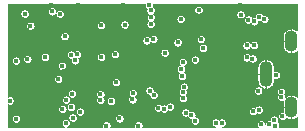
<source format=gbr>
G04 #@! TF.GenerationSoftware,KiCad,Pcbnew,(5.1.5-0-10_14)*
G04 #@! TF.CreationDate,2020-08-02T20:02:39-07:00*
G04 #@! TF.ProjectId,EOGlass2,454f476c-6173-4733-922e-6b696361645f,rev?*
G04 #@! TF.SameCoordinates,Original*
G04 #@! TF.FileFunction,Copper,L2,Inr*
G04 #@! TF.FilePolarity,Positive*
%FSLAX46Y46*%
G04 Gerber Fmt 4.6, Leading zero omitted, Abs format (unit mm)*
G04 Created by KiCad (PCBNEW (5.1.5-0-10_14)) date 2020-08-02 20:02:39*
%MOMM*%
%LPD*%
G04 APERTURE LIST*
%ADD10O,1.100000X1.800000*%
%ADD11O,1.100000X2.200000*%
%ADD12C,0.400000*%
%ADD13C,0.102000*%
G04 APERTURE END LIST*
D10*
X136245000Y-76030000D03*
X136245000Y-70430000D03*
D11*
X134095000Y-73230000D03*
D12*
X112940000Y-77030000D03*
X133500000Y-76250000D03*
X127000000Y-73400000D03*
X133000000Y-76400000D03*
X122800000Y-75389909D03*
X124600000Y-75025000D03*
X121001636Y-75523189D03*
X112408869Y-75483333D03*
X128100000Y-72020000D03*
X127060000Y-72220000D03*
X127151206Y-74303000D03*
X127085249Y-75290532D03*
X127063043Y-74798409D03*
X124260000Y-74650000D03*
X122830000Y-74870000D03*
X114720000Y-76970000D03*
X112880000Y-74850000D03*
X113440000Y-74870000D03*
X114260000Y-75300000D03*
X113250000Y-75400000D03*
X114820000Y-75750000D03*
X113930000Y-74820000D03*
X128900000Y-72850000D03*
X113400000Y-71900000D03*
X114650000Y-71850000D03*
X117200000Y-74900000D03*
X116000000Y-76000000D03*
X120900000Y-73900000D03*
X125295990Y-70653000D03*
X116970000Y-72060000D03*
X114730000Y-73600000D03*
X114129616Y-74000384D03*
X132000000Y-70650000D03*
X122406009Y-73900000D03*
X132500000Y-76600000D03*
X121600000Y-74400000D03*
X134100000Y-75040020D03*
X123000000Y-72700000D03*
X114730000Y-73130000D03*
X118562160Y-75955401D03*
X116950000Y-71450000D03*
X123525000Y-74200000D03*
X117050000Y-73000000D03*
X133900000Y-69100000D03*
X133400000Y-76900000D03*
X131700000Y-72850000D03*
X128850000Y-75600000D03*
X131750000Y-75650000D03*
X131700000Y-74200000D03*
X128900000Y-74200000D03*
X130300000Y-72850000D03*
X130300000Y-75600000D03*
X122930000Y-74250000D03*
X126700000Y-67800000D03*
X124750000Y-73870000D03*
X124862461Y-74597074D03*
X124690000Y-73330000D03*
X135560000Y-71380000D03*
X131010000Y-77460000D03*
X122814848Y-77600000D03*
X124504793Y-76035208D03*
X114300000Y-77600000D03*
X112700000Y-73910000D03*
X122010000Y-67400000D03*
X135800000Y-69060000D03*
X118160000Y-67400000D03*
X113850000Y-68760000D03*
X113853558Y-69543770D03*
X115940000Y-67400000D03*
X119339026Y-74723197D03*
X112500000Y-71300000D03*
X119600000Y-71800000D03*
X119726974Y-69696249D03*
X128130000Y-70068000D03*
X134500000Y-68650000D03*
X131950000Y-67400000D03*
X118980000Y-71900000D03*
X126870000Y-70080000D03*
X122677998Y-69070000D03*
X121320000Y-70302002D03*
X124900000Y-75500000D03*
X134800000Y-72126010D03*
X135100000Y-69100000D03*
X135300000Y-70100000D03*
X130300000Y-74200000D03*
X117720000Y-75420000D03*
X136520000Y-67870000D03*
X136540000Y-68530000D03*
X132122029Y-68693487D03*
X128130000Y-71489990D03*
X120410000Y-73500020D03*
X123320000Y-70600000D03*
X124202990Y-71757010D03*
X125123760Y-71733990D03*
X112920000Y-68040000D03*
X117030000Y-70560000D03*
X115300000Y-68140000D03*
X117912891Y-68647109D03*
X118160000Y-67890001D03*
X118460000Y-72060000D03*
X124730000Y-72830000D03*
X135500000Y-76800000D03*
X134900000Y-77600000D03*
X133700000Y-77500000D03*
X134400000Y-77500000D03*
X134800000Y-77100000D03*
X132472702Y-70818990D03*
X133100000Y-70800000D03*
X125500000Y-76162940D03*
X126000000Y-76000000D03*
X125002553Y-76100334D03*
X135410000Y-75200000D03*
X135400000Y-74750000D03*
X117600000Y-71600000D03*
X117702003Y-74900000D03*
X117200000Y-75402003D03*
X117063392Y-70059109D03*
X116528649Y-73649436D03*
X112941264Y-72103882D03*
X132620000Y-68630000D03*
X133510000Y-68420000D03*
X133977161Y-68603963D03*
X133120000Y-68790000D03*
X124190000Y-67400000D03*
X124340000Y-67850000D03*
X131968769Y-68215454D03*
X114165509Y-69150461D03*
X113672654Y-68124027D03*
X120091625Y-75440000D03*
X120091625Y-74966193D03*
X121320000Y-71570000D03*
X121400456Y-73939363D03*
X124000000Y-70390000D03*
X124580000Y-70270000D03*
X125530091Y-71439202D03*
X116650917Y-68138410D03*
X116000149Y-67940930D03*
X116834173Y-72546763D03*
X124350000Y-68990000D03*
X124360000Y-68450000D03*
X134947000Y-73330000D03*
X133462857Y-74641282D03*
X128400000Y-67800000D03*
X115400000Y-71800000D03*
X128590000Y-70302002D03*
X113910000Y-71990000D03*
X126890000Y-68590000D03*
X122142002Y-69050000D03*
X127800000Y-76700000D03*
X117602621Y-76025639D03*
X127300000Y-76500000D03*
X118360000Y-76418999D03*
X128100000Y-77182990D03*
X117742309Y-76935650D03*
X120600000Y-77600000D03*
X123316851Y-77600000D03*
X121700000Y-77000000D03*
X129854773Y-77353000D03*
X116877142Y-76202131D03*
X130356776Y-77353000D03*
X117160000Y-77375001D03*
X120152387Y-69117613D03*
X118127015Y-71573246D03*
X126629820Y-70560011D03*
X117930000Y-72090000D03*
X120160000Y-71802002D03*
X126918990Y-72810070D03*
X128782643Y-71025873D03*
X132480629Y-71831444D03*
X132971450Y-71936803D03*
D13*
G36*
X123837000Y-67365233D02*
G01*
X123837000Y-67434767D01*
X123850566Y-67502966D01*
X123877175Y-67567208D01*
X123915807Y-67625024D01*
X123964976Y-67674193D01*
X124016482Y-67708609D01*
X124000566Y-67747034D01*
X123987000Y-67815233D01*
X123987000Y-67884767D01*
X124000566Y-67952966D01*
X124027175Y-68017208D01*
X124065807Y-68075024D01*
X124114976Y-68124193D01*
X124163598Y-68156682D01*
X124134976Y-68175807D01*
X124085807Y-68224976D01*
X124047175Y-68282792D01*
X124020566Y-68347034D01*
X124007000Y-68415233D01*
X124007000Y-68484767D01*
X124020566Y-68552966D01*
X124047175Y-68617208D01*
X124085807Y-68675024D01*
X124125944Y-68715161D01*
X124124976Y-68715807D01*
X124075807Y-68764976D01*
X124037175Y-68822792D01*
X124010566Y-68887034D01*
X123997000Y-68955233D01*
X123997000Y-69024767D01*
X124010566Y-69092966D01*
X124037175Y-69157208D01*
X124075807Y-69215024D01*
X124124976Y-69264193D01*
X124182792Y-69302825D01*
X124247034Y-69329434D01*
X124315233Y-69343000D01*
X124384767Y-69343000D01*
X124452966Y-69329434D01*
X124517208Y-69302825D01*
X124575024Y-69264193D01*
X124624193Y-69215024D01*
X124662825Y-69157208D01*
X124689434Y-69092966D01*
X124703000Y-69024767D01*
X124703000Y-68955233D01*
X124689434Y-68887034D01*
X124662825Y-68822792D01*
X124624193Y-68764976D01*
X124584056Y-68724839D01*
X124585024Y-68724193D01*
X124634193Y-68675024D01*
X124672825Y-68617208D01*
X124698495Y-68555233D01*
X126537000Y-68555233D01*
X126537000Y-68624767D01*
X126550566Y-68692966D01*
X126577175Y-68757208D01*
X126615807Y-68815024D01*
X126664976Y-68864193D01*
X126722792Y-68902825D01*
X126787034Y-68929434D01*
X126855233Y-68943000D01*
X126924767Y-68943000D01*
X126992966Y-68929434D01*
X127057208Y-68902825D01*
X127115024Y-68864193D01*
X127164193Y-68815024D01*
X127202825Y-68757208D01*
X127229434Y-68692966D01*
X127243000Y-68624767D01*
X127243000Y-68595233D01*
X132267000Y-68595233D01*
X132267000Y-68664767D01*
X132280566Y-68732966D01*
X132307175Y-68797208D01*
X132345807Y-68855024D01*
X132394976Y-68904193D01*
X132452792Y-68942825D01*
X132517034Y-68969434D01*
X132585233Y-68983000D01*
X132654767Y-68983000D01*
X132722966Y-68969434D01*
X132787208Y-68942825D01*
X132798181Y-68935493D01*
X132807175Y-68957208D01*
X132845807Y-69015024D01*
X132894976Y-69064193D01*
X132952792Y-69102825D01*
X133017034Y-69129434D01*
X133085233Y-69143000D01*
X133154767Y-69143000D01*
X133222966Y-69129434D01*
X133287208Y-69102825D01*
X133345024Y-69064193D01*
X133394193Y-69015024D01*
X133432825Y-68957208D01*
X133459434Y-68892966D01*
X133473000Y-68824767D01*
X133473000Y-68772556D01*
X133475233Y-68773000D01*
X133544767Y-68773000D01*
X133612966Y-68759434D01*
X133652664Y-68742991D01*
X133664336Y-68771171D01*
X133702968Y-68828987D01*
X133752137Y-68878156D01*
X133809953Y-68916788D01*
X133874195Y-68943397D01*
X133942394Y-68956963D01*
X134011928Y-68956963D01*
X134080127Y-68943397D01*
X134144369Y-68916788D01*
X134202185Y-68878156D01*
X134251354Y-68828987D01*
X134289986Y-68771171D01*
X134316595Y-68706929D01*
X134330161Y-68638730D01*
X134330161Y-68569196D01*
X134316595Y-68500997D01*
X134289986Y-68436755D01*
X134251354Y-68378939D01*
X134202185Y-68329770D01*
X134144369Y-68291138D01*
X134080127Y-68264529D01*
X134011928Y-68250963D01*
X133942394Y-68250963D01*
X133874195Y-68264529D01*
X133834497Y-68280972D01*
X133822825Y-68252792D01*
X133784193Y-68194976D01*
X133735024Y-68145807D01*
X133677208Y-68107175D01*
X133612966Y-68080566D01*
X133544767Y-68067000D01*
X133475233Y-68067000D01*
X133407034Y-68080566D01*
X133342792Y-68107175D01*
X133284976Y-68145807D01*
X133235807Y-68194976D01*
X133197175Y-68252792D01*
X133170566Y-68317034D01*
X133157000Y-68385233D01*
X133157000Y-68437444D01*
X133154767Y-68437000D01*
X133085233Y-68437000D01*
X133017034Y-68450566D01*
X132952792Y-68477175D01*
X132941819Y-68484507D01*
X132932825Y-68462792D01*
X132894193Y-68404976D01*
X132845024Y-68355807D01*
X132787208Y-68317175D01*
X132722966Y-68290566D01*
X132654767Y-68277000D01*
X132585233Y-68277000D01*
X132517034Y-68290566D01*
X132452792Y-68317175D01*
X132394976Y-68355807D01*
X132345807Y-68404976D01*
X132307175Y-68462792D01*
X132280566Y-68527034D01*
X132267000Y-68595233D01*
X127243000Y-68595233D01*
X127243000Y-68555233D01*
X127229434Y-68487034D01*
X127202825Y-68422792D01*
X127164193Y-68364976D01*
X127115024Y-68315807D01*
X127057208Y-68277175D01*
X126992966Y-68250566D01*
X126924767Y-68237000D01*
X126855233Y-68237000D01*
X126787034Y-68250566D01*
X126722792Y-68277175D01*
X126664976Y-68315807D01*
X126615807Y-68364976D01*
X126577175Y-68422792D01*
X126550566Y-68487034D01*
X126537000Y-68555233D01*
X124698495Y-68555233D01*
X124699434Y-68552966D01*
X124713000Y-68484767D01*
X124713000Y-68415233D01*
X124699434Y-68347034D01*
X124672825Y-68282792D01*
X124634193Y-68224976D01*
X124589904Y-68180687D01*
X131615769Y-68180687D01*
X131615769Y-68250221D01*
X131629335Y-68318420D01*
X131655944Y-68382662D01*
X131694576Y-68440478D01*
X131743745Y-68489647D01*
X131801561Y-68528279D01*
X131865803Y-68554888D01*
X131934002Y-68568454D01*
X132003536Y-68568454D01*
X132071735Y-68554888D01*
X132135977Y-68528279D01*
X132193793Y-68489647D01*
X132242962Y-68440478D01*
X132281594Y-68382662D01*
X132308203Y-68318420D01*
X132321769Y-68250221D01*
X132321769Y-68180687D01*
X132308203Y-68112488D01*
X132281594Y-68048246D01*
X132242962Y-67990430D01*
X132193793Y-67941261D01*
X132135977Y-67902629D01*
X132071735Y-67876020D01*
X132003536Y-67862454D01*
X131934002Y-67862454D01*
X131865803Y-67876020D01*
X131801561Y-67902629D01*
X131743745Y-67941261D01*
X131694576Y-67990430D01*
X131655944Y-68048246D01*
X131629335Y-68112488D01*
X131615769Y-68180687D01*
X124589904Y-68180687D01*
X124585024Y-68175807D01*
X124536402Y-68143318D01*
X124565024Y-68124193D01*
X124614193Y-68075024D01*
X124652825Y-68017208D01*
X124679434Y-67952966D01*
X124693000Y-67884767D01*
X124693000Y-67815233D01*
X124683055Y-67765233D01*
X128047000Y-67765233D01*
X128047000Y-67834767D01*
X128060566Y-67902966D01*
X128087175Y-67967208D01*
X128125807Y-68025024D01*
X128174976Y-68074193D01*
X128232792Y-68112825D01*
X128297034Y-68139434D01*
X128365233Y-68153000D01*
X128434767Y-68153000D01*
X128502966Y-68139434D01*
X128567208Y-68112825D01*
X128625024Y-68074193D01*
X128674193Y-68025024D01*
X128712825Y-67967208D01*
X128739434Y-67902966D01*
X128753000Y-67834767D01*
X128753000Y-67765233D01*
X128739434Y-67697034D01*
X128712825Y-67632792D01*
X128674193Y-67574976D01*
X128625024Y-67525807D01*
X128567208Y-67487175D01*
X128502966Y-67460566D01*
X128434767Y-67447000D01*
X128365233Y-67447000D01*
X128297034Y-67460566D01*
X128232792Y-67487175D01*
X128174976Y-67525807D01*
X128125807Y-67574976D01*
X128087175Y-67632792D01*
X128060566Y-67697034D01*
X128047000Y-67765233D01*
X124683055Y-67765233D01*
X124679434Y-67747034D01*
X124652825Y-67682792D01*
X124614193Y-67624976D01*
X124565024Y-67575807D01*
X124513518Y-67541391D01*
X124529434Y-67502966D01*
X124543000Y-67434767D01*
X124543000Y-67365233D01*
X124530223Y-67301000D01*
X136699000Y-67301000D01*
X136699000Y-69547523D01*
X136635150Y-69495199D01*
X136513564Y-69430321D01*
X136381658Y-69390410D01*
X136355467Y-69385733D01*
X136245500Y-69415250D01*
X136245500Y-70429500D01*
X136265500Y-70429500D01*
X136265500Y-70430500D01*
X136245500Y-70430500D01*
X136245500Y-71444750D01*
X136355467Y-71474267D01*
X136381658Y-71469590D01*
X136513564Y-71429679D01*
X136635150Y-71364801D01*
X136699000Y-71312477D01*
X136699000Y-75147523D01*
X136635150Y-75095199D01*
X136513564Y-75030321D01*
X136381658Y-74990410D01*
X136355467Y-74985733D01*
X136245500Y-75015250D01*
X136245500Y-76029500D01*
X136265500Y-76029500D01*
X136265500Y-76030500D01*
X136245500Y-76030500D01*
X136245500Y-77044750D01*
X136355467Y-77074267D01*
X136381658Y-77069590D01*
X136513564Y-77029679D01*
X136635150Y-76964801D01*
X136699000Y-76912477D01*
X136699000Y-77699000D01*
X135240223Y-77699000D01*
X135253000Y-77634767D01*
X135253000Y-77565233D01*
X135239434Y-77497034D01*
X135212825Y-77432792D01*
X135174193Y-77374976D01*
X135125024Y-77325807D01*
X135089521Y-77302084D01*
X135112825Y-77267208D01*
X135139434Y-77202966D01*
X135153000Y-77134767D01*
X135153000Y-77065233D01*
X135139434Y-76997034D01*
X135112825Y-76932792D01*
X135074193Y-76874976D01*
X135025024Y-76825807D01*
X134967208Y-76787175D01*
X134914234Y-76765233D01*
X135147000Y-76765233D01*
X135147000Y-76834767D01*
X135160566Y-76902966D01*
X135187175Y-76967208D01*
X135225807Y-77025024D01*
X135274976Y-77074193D01*
X135332792Y-77112825D01*
X135397034Y-77139434D01*
X135465233Y-77153000D01*
X135534767Y-77153000D01*
X135602966Y-77139434D01*
X135667208Y-77112825D01*
X135725024Y-77074193D01*
X135774193Y-77025024D01*
X135812825Y-76967208D01*
X135824219Y-76939699D01*
X135854850Y-76964801D01*
X135976436Y-77029679D01*
X136108342Y-77069590D01*
X136134533Y-77074267D01*
X136244500Y-77044750D01*
X136244500Y-76030500D01*
X135542000Y-76030500D01*
X135542000Y-76380500D01*
X135548876Y-76449806D01*
X135534767Y-76447000D01*
X135465233Y-76447000D01*
X135397034Y-76460566D01*
X135332792Y-76487175D01*
X135274976Y-76525807D01*
X135225807Y-76574976D01*
X135187175Y-76632792D01*
X135160566Y-76697034D01*
X135147000Y-76765233D01*
X134914234Y-76765233D01*
X134902966Y-76760566D01*
X134834767Y-76747000D01*
X134765233Y-76747000D01*
X134697034Y-76760566D01*
X134632792Y-76787175D01*
X134574976Y-76825807D01*
X134525807Y-76874976D01*
X134487175Y-76932792D01*
X134460566Y-76997034D01*
X134447000Y-77065233D01*
X134447000Y-77134767D01*
X134450038Y-77150038D01*
X134434767Y-77147000D01*
X134365233Y-77147000D01*
X134297034Y-77160566D01*
X134232792Y-77187175D01*
X134174976Y-77225807D01*
X134125807Y-77274976D01*
X134087175Y-77332792D01*
X134060566Y-77397034D01*
X134050000Y-77450151D01*
X134039434Y-77397034D01*
X134012825Y-77332792D01*
X133974193Y-77274976D01*
X133925024Y-77225807D01*
X133867208Y-77187175D01*
X133802966Y-77160566D01*
X133734767Y-77147000D01*
X133665233Y-77147000D01*
X133597034Y-77160566D01*
X133532792Y-77187175D01*
X133474976Y-77225807D01*
X133425807Y-77274976D01*
X133387175Y-77332792D01*
X133360566Y-77397034D01*
X133347000Y-77465233D01*
X133347000Y-77534767D01*
X133360566Y-77602966D01*
X133387175Y-77667208D01*
X133408418Y-77699000D01*
X130426733Y-77699000D01*
X130459742Y-77692434D01*
X130523984Y-77665825D01*
X130581800Y-77627193D01*
X130630969Y-77578024D01*
X130669601Y-77520208D01*
X130696210Y-77455966D01*
X130709776Y-77387767D01*
X130709776Y-77318233D01*
X130696210Y-77250034D01*
X130669601Y-77185792D01*
X130630969Y-77127976D01*
X130581800Y-77078807D01*
X130523984Y-77040175D01*
X130459742Y-77013566D01*
X130391543Y-77000000D01*
X130322009Y-77000000D01*
X130253810Y-77013566D01*
X130189568Y-77040175D01*
X130131752Y-77078807D01*
X130105775Y-77104785D01*
X130079797Y-77078807D01*
X130021981Y-77040175D01*
X129957739Y-77013566D01*
X129889540Y-77000000D01*
X129820006Y-77000000D01*
X129751807Y-77013566D01*
X129687565Y-77040175D01*
X129629749Y-77078807D01*
X129580580Y-77127976D01*
X129541948Y-77185792D01*
X129515339Y-77250034D01*
X129501773Y-77318233D01*
X129501773Y-77387767D01*
X129515339Y-77455966D01*
X129541948Y-77520208D01*
X129580580Y-77578024D01*
X129629749Y-77627193D01*
X129687565Y-77665825D01*
X129751807Y-77692434D01*
X129784816Y-77699000D01*
X123657074Y-77699000D01*
X123669851Y-77634767D01*
X123669851Y-77565233D01*
X123656285Y-77497034D01*
X123629676Y-77432792D01*
X123591044Y-77374976D01*
X123541875Y-77325807D01*
X123484059Y-77287175D01*
X123419817Y-77260566D01*
X123351618Y-77247000D01*
X123282084Y-77247000D01*
X123213885Y-77260566D01*
X123149643Y-77287175D01*
X123091827Y-77325807D01*
X123042658Y-77374976D01*
X123004026Y-77432792D01*
X122977417Y-77497034D01*
X122963851Y-77565233D01*
X122963851Y-77634767D01*
X122976628Y-77699000D01*
X120940223Y-77699000D01*
X120953000Y-77634767D01*
X120953000Y-77565233D01*
X120939434Y-77497034D01*
X120912825Y-77432792D01*
X120874193Y-77374976D01*
X120825024Y-77325807D01*
X120767208Y-77287175D01*
X120702966Y-77260566D01*
X120634767Y-77247000D01*
X120565233Y-77247000D01*
X120497034Y-77260566D01*
X120432792Y-77287175D01*
X120374976Y-77325807D01*
X120325807Y-77374976D01*
X120287175Y-77432792D01*
X120260566Y-77497034D01*
X120247000Y-77565233D01*
X120247000Y-77634767D01*
X120259777Y-77699000D01*
X117300231Y-77699000D01*
X117327208Y-77687826D01*
X117385024Y-77649194D01*
X117434193Y-77600025D01*
X117472825Y-77542209D01*
X117499434Y-77477967D01*
X117513000Y-77409768D01*
X117513000Y-77340234D01*
X117499434Y-77272035D01*
X117472825Y-77207793D01*
X117434193Y-77149977D01*
X117385024Y-77100808D01*
X117327208Y-77062176D01*
X117262966Y-77035567D01*
X117194767Y-77022001D01*
X117125233Y-77022001D01*
X117057034Y-77035567D01*
X116992792Y-77062176D01*
X116934976Y-77100808D01*
X116885807Y-77149977D01*
X116847175Y-77207793D01*
X116820566Y-77272035D01*
X116807000Y-77340234D01*
X116807000Y-77409768D01*
X116820566Y-77477967D01*
X116847175Y-77542209D01*
X116885807Y-77600025D01*
X116934976Y-77649194D01*
X116992792Y-77687826D01*
X117019769Y-77699000D01*
X112301000Y-77699000D01*
X112301000Y-76995233D01*
X112587000Y-76995233D01*
X112587000Y-77064767D01*
X112600566Y-77132966D01*
X112627175Y-77197208D01*
X112665807Y-77255024D01*
X112714976Y-77304193D01*
X112772792Y-77342825D01*
X112837034Y-77369434D01*
X112905233Y-77383000D01*
X112974767Y-77383000D01*
X113042966Y-77369434D01*
X113107208Y-77342825D01*
X113165024Y-77304193D01*
X113214193Y-77255024D01*
X113252825Y-77197208D01*
X113279434Y-77132966D01*
X113293000Y-77064767D01*
X113293000Y-76995233D01*
X113279434Y-76927034D01*
X113268603Y-76900883D01*
X117389309Y-76900883D01*
X117389309Y-76970417D01*
X117402875Y-77038616D01*
X117429484Y-77102858D01*
X117468116Y-77160674D01*
X117517285Y-77209843D01*
X117575101Y-77248475D01*
X117639343Y-77275084D01*
X117707542Y-77288650D01*
X117777076Y-77288650D01*
X117845275Y-77275084D01*
X117909517Y-77248475D01*
X117967333Y-77209843D01*
X118016502Y-77160674D01*
X118055134Y-77102858D01*
X118081743Y-77038616D01*
X118095309Y-76970417D01*
X118095309Y-76965233D01*
X121347000Y-76965233D01*
X121347000Y-77034767D01*
X121360566Y-77102966D01*
X121387175Y-77167208D01*
X121425807Y-77225024D01*
X121474976Y-77274193D01*
X121532792Y-77312825D01*
X121597034Y-77339434D01*
X121665233Y-77353000D01*
X121734767Y-77353000D01*
X121802966Y-77339434D01*
X121867208Y-77312825D01*
X121925024Y-77274193D01*
X121974193Y-77225024D01*
X122012825Y-77167208D01*
X122039434Y-77102966D01*
X122053000Y-77034767D01*
X122053000Y-76965233D01*
X122039434Y-76897034D01*
X122012825Y-76832792D01*
X121974193Y-76774976D01*
X121925024Y-76725807D01*
X121867208Y-76687175D01*
X121802966Y-76660566D01*
X121734767Y-76647000D01*
X121665233Y-76647000D01*
X121597034Y-76660566D01*
X121532792Y-76687175D01*
X121474976Y-76725807D01*
X121425807Y-76774976D01*
X121387175Y-76832792D01*
X121360566Y-76897034D01*
X121347000Y-76965233D01*
X118095309Y-76965233D01*
X118095309Y-76900883D01*
X118081743Y-76832684D01*
X118055134Y-76768442D01*
X118016502Y-76710626D01*
X117967333Y-76661457D01*
X117909517Y-76622825D01*
X117845275Y-76596216D01*
X117777076Y-76582650D01*
X117707542Y-76582650D01*
X117639343Y-76596216D01*
X117575101Y-76622825D01*
X117517285Y-76661457D01*
X117468116Y-76710626D01*
X117429484Y-76768442D01*
X117402875Y-76832684D01*
X117389309Y-76900883D01*
X113268603Y-76900883D01*
X113252825Y-76862792D01*
X113214193Y-76804976D01*
X113165024Y-76755807D01*
X113107208Y-76717175D01*
X113042966Y-76690566D01*
X112974767Y-76677000D01*
X112905233Y-76677000D01*
X112837034Y-76690566D01*
X112772792Y-76717175D01*
X112714976Y-76755807D01*
X112665807Y-76804976D01*
X112627175Y-76862792D01*
X112600566Y-76927034D01*
X112587000Y-76995233D01*
X112301000Y-76995233D01*
X112301000Y-76167364D01*
X116524142Y-76167364D01*
X116524142Y-76236898D01*
X116537708Y-76305097D01*
X116564317Y-76369339D01*
X116602949Y-76427155D01*
X116652118Y-76476324D01*
X116709934Y-76514956D01*
X116774176Y-76541565D01*
X116842375Y-76555131D01*
X116911909Y-76555131D01*
X116980108Y-76541565D01*
X117044350Y-76514956D01*
X117102166Y-76476324D01*
X117151335Y-76427155D01*
X117180015Y-76384232D01*
X118007000Y-76384232D01*
X118007000Y-76453766D01*
X118020566Y-76521965D01*
X118047175Y-76586207D01*
X118085807Y-76644023D01*
X118134976Y-76693192D01*
X118192792Y-76731824D01*
X118257034Y-76758433D01*
X118325233Y-76771999D01*
X118394767Y-76771999D01*
X118462966Y-76758433D01*
X118527208Y-76731824D01*
X118585024Y-76693192D01*
X118634193Y-76644023D01*
X118672825Y-76586207D01*
X118699434Y-76521965D01*
X118713000Y-76453766D01*
X118713000Y-76384232D01*
X118699434Y-76316033D01*
X118672825Y-76251791D01*
X118634193Y-76193975D01*
X118585024Y-76144806D01*
X118527208Y-76106174D01*
X118462966Y-76079565D01*
X118394767Y-76065999D01*
X118325233Y-76065999D01*
X118257034Y-76079565D01*
X118192792Y-76106174D01*
X118134976Y-76144806D01*
X118085807Y-76193975D01*
X118047175Y-76251791D01*
X118020566Y-76316033D01*
X118007000Y-76384232D01*
X117180015Y-76384232D01*
X117189967Y-76369339D01*
X117216576Y-76305097D01*
X117230142Y-76236898D01*
X117230142Y-76167364D01*
X117216576Y-76099165D01*
X117189967Y-76034923D01*
X117160533Y-75990872D01*
X117249621Y-75990872D01*
X117249621Y-76060406D01*
X117263187Y-76128605D01*
X117289796Y-76192847D01*
X117328428Y-76250663D01*
X117377597Y-76299832D01*
X117435413Y-76338464D01*
X117499655Y-76365073D01*
X117567854Y-76378639D01*
X117637388Y-76378639D01*
X117705587Y-76365073D01*
X117769829Y-76338464D01*
X117827645Y-76299832D01*
X117876814Y-76250663D01*
X117915446Y-76192847D01*
X117942055Y-76128605D01*
X117954594Y-76065567D01*
X124649553Y-76065567D01*
X124649553Y-76135101D01*
X124663119Y-76203300D01*
X124689728Y-76267542D01*
X124728360Y-76325358D01*
X124777529Y-76374527D01*
X124835345Y-76413159D01*
X124899587Y-76439768D01*
X124967786Y-76453334D01*
X125037320Y-76453334D01*
X125105519Y-76439768D01*
X125169761Y-76413159D01*
X125220146Y-76379492D01*
X125225807Y-76387964D01*
X125274976Y-76437133D01*
X125332792Y-76475765D01*
X125397034Y-76502374D01*
X125465233Y-76515940D01*
X125534767Y-76515940D01*
X125602966Y-76502374D01*
X125667208Y-76475765D01*
X125682970Y-76465233D01*
X126947000Y-76465233D01*
X126947000Y-76534767D01*
X126960566Y-76602966D01*
X126987175Y-76667208D01*
X127025807Y-76725024D01*
X127074976Y-76774193D01*
X127132792Y-76812825D01*
X127197034Y-76839434D01*
X127265233Y-76853000D01*
X127334767Y-76853000D01*
X127402966Y-76839434D01*
X127465024Y-76813730D01*
X127487175Y-76867208D01*
X127525807Y-76925024D01*
X127574976Y-76974193D01*
X127632792Y-77012825D01*
X127697034Y-77039434D01*
X127765233Y-77053000D01*
X127771759Y-77053000D01*
X127760566Y-77080024D01*
X127747000Y-77148223D01*
X127747000Y-77217757D01*
X127760566Y-77285956D01*
X127787175Y-77350198D01*
X127825807Y-77408014D01*
X127874976Y-77457183D01*
X127932792Y-77495815D01*
X127997034Y-77522424D01*
X128065233Y-77535990D01*
X128134767Y-77535990D01*
X128202966Y-77522424D01*
X128267208Y-77495815D01*
X128325024Y-77457183D01*
X128374193Y-77408014D01*
X128412825Y-77350198D01*
X128439434Y-77285956D01*
X128453000Y-77217757D01*
X128453000Y-77148223D01*
X128439434Y-77080024D01*
X128412825Y-77015782D01*
X128374193Y-76957966D01*
X128325024Y-76908797D01*
X128267208Y-76870165D01*
X128202966Y-76843556D01*
X128134767Y-76829990D01*
X128128241Y-76829990D01*
X128139434Y-76802966D01*
X128153000Y-76734767D01*
X128153000Y-76665233D01*
X128139434Y-76597034D01*
X128112825Y-76532792D01*
X128074193Y-76474976D01*
X128025024Y-76425807D01*
X127967208Y-76387175D01*
X127914234Y-76365233D01*
X132647000Y-76365233D01*
X132647000Y-76434767D01*
X132660566Y-76502966D01*
X132687175Y-76567208D01*
X132725807Y-76625024D01*
X132774976Y-76674193D01*
X132832792Y-76712825D01*
X132897034Y-76739434D01*
X132965233Y-76753000D01*
X133034767Y-76753000D01*
X133102966Y-76739434D01*
X133167208Y-76712825D01*
X133225024Y-76674193D01*
X133274193Y-76625024D01*
X133312825Y-76567208D01*
X133318575Y-76553325D01*
X133332792Y-76562825D01*
X133397034Y-76589434D01*
X133465233Y-76603000D01*
X133534767Y-76603000D01*
X133602966Y-76589434D01*
X133667208Y-76562825D01*
X133725024Y-76524193D01*
X133774193Y-76475024D01*
X133812825Y-76417208D01*
X133839434Y-76352966D01*
X133853000Y-76284767D01*
X133853000Y-76215233D01*
X133839434Y-76147034D01*
X133812825Y-76082792D01*
X133774193Y-76024976D01*
X133725024Y-75975807D01*
X133667208Y-75937175D01*
X133602966Y-75910566D01*
X133534767Y-75897000D01*
X133465233Y-75897000D01*
X133397034Y-75910566D01*
X133332792Y-75937175D01*
X133274976Y-75975807D01*
X133225807Y-76024976D01*
X133187175Y-76082792D01*
X133181425Y-76096675D01*
X133167208Y-76087175D01*
X133102966Y-76060566D01*
X133034767Y-76047000D01*
X132965233Y-76047000D01*
X132897034Y-76060566D01*
X132832792Y-76087175D01*
X132774976Y-76125807D01*
X132725807Y-76174976D01*
X132687175Y-76232792D01*
X132660566Y-76297034D01*
X132647000Y-76365233D01*
X127914234Y-76365233D01*
X127902966Y-76360566D01*
X127834767Y-76347000D01*
X127765233Y-76347000D01*
X127697034Y-76360566D01*
X127634976Y-76386270D01*
X127612825Y-76332792D01*
X127574193Y-76274976D01*
X127525024Y-76225807D01*
X127467208Y-76187175D01*
X127402966Y-76160566D01*
X127334767Y-76147000D01*
X127265233Y-76147000D01*
X127197034Y-76160566D01*
X127132792Y-76187175D01*
X127074976Y-76225807D01*
X127025807Y-76274976D01*
X126987175Y-76332792D01*
X126960566Y-76397034D01*
X126947000Y-76465233D01*
X125682970Y-76465233D01*
X125725024Y-76437133D01*
X125774193Y-76387964D01*
X125812825Y-76330148D01*
X125822773Y-76306130D01*
X125832792Y-76312825D01*
X125897034Y-76339434D01*
X125965233Y-76353000D01*
X126034767Y-76353000D01*
X126102966Y-76339434D01*
X126167208Y-76312825D01*
X126225024Y-76274193D01*
X126274193Y-76225024D01*
X126312825Y-76167208D01*
X126339434Y-76102966D01*
X126353000Y-76034767D01*
X126353000Y-75965233D01*
X126339434Y-75897034D01*
X126312825Y-75832792D01*
X126274193Y-75774976D01*
X126225024Y-75725807D01*
X126167208Y-75687175D01*
X126102966Y-75660566D01*
X126034767Y-75647000D01*
X125965233Y-75647000D01*
X125897034Y-75660566D01*
X125832792Y-75687175D01*
X125774976Y-75725807D01*
X125725807Y-75774976D01*
X125687175Y-75832792D01*
X125677227Y-75856810D01*
X125667208Y-75850115D01*
X125602966Y-75823506D01*
X125534767Y-75809940D01*
X125465233Y-75809940D01*
X125397034Y-75823506D01*
X125332792Y-75850115D01*
X125282407Y-75883782D01*
X125276746Y-75875310D01*
X125227577Y-75826141D01*
X125169761Y-75787509D01*
X125105519Y-75760900D01*
X125037320Y-75747334D01*
X124967786Y-75747334D01*
X124899587Y-75760900D01*
X124835345Y-75787509D01*
X124777529Y-75826141D01*
X124728360Y-75875310D01*
X124689728Y-75933126D01*
X124663119Y-75997368D01*
X124649553Y-76065567D01*
X117954594Y-76065567D01*
X117955621Y-76060406D01*
X117955621Y-75990872D01*
X117942055Y-75922673D01*
X117915446Y-75858431D01*
X117876814Y-75800615D01*
X117827645Y-75751446D01*
X117769829Y-75712814D01*
X117705587Y-75686205D01*
X117637388Y-75672639D01*
X117567854Y-75672639D01*
X117499655Y-75686205D01*
X117435413Y-75712814D01*
X117377597Y-75751446D01*
X117328428Y-75800615D01*
X117289796Y-75858431D01*
X117263187Y-75922673D01*
X117249621Y-75990872D01*
X117160533Y-75990872D01*
X117151335Y-75977107D01*
X117102166Y-75927938D01*
X117044350Y-75889306D01*
X116980108Y-75862697D01*
X116911909Y-75849131D01*
X116842375Y-75849131D01*
X116774176Y-75862697D01*
X116709934Y-75889306D01*
X116652118Y-75927938D01*
X116602949Y-75977107D01*
X116564317Y-76034923D01*
X116537708Y-76099165D01*
X116524142Y-76167364D01*
X112301000Y-76167364D01*
X112301000Y-75820736D01*
X112305903Y-75822767D01*
X112374102Y-75836333D01*
X112443636Y-75836333D01*
X112511835Y-75822767D01*
X112576077Y-75796158D01*
X112633893Y-75757526D01*
X112683062Y-75708357D01*
X112721694Y-75650541D01*
X112748303Y-75586299D01*
X112761869Y-75518100D01*
X112761869Y-75448566D01*
X112748303Y-75380367D01*
X112742865Y-75367236D01*
X116847000Y-75367236D01*
X116847000Y-75436770D01*
X116860566Y-75504969D01*
X116887175Y-75569211D01*
X116925807Y-75627027D01*
X116974976Y-75676196D01*
X117032792Y-75714828D01*
X117097034Y-75741437D01*
X117165233Y-75755003D01*
X117234767Y-75755003D01*
X117302966Y-75741437D01*
X117367208Y-75714828D01*
X117425024Y-75676196D01*
X117474193Y-75627027D01*
X117512825Y-75569211D01*
X117539434Y-75504969D01*
X117553000Y-75436770D01*
X117553000Y-75367236D01*
X117539434Y-75299037D01*
X117512825Y-75234795D01*
X117474193Y-75176979D01*
X117425024Y-75127810D01*
X117367208Y-75089178D01*
X117302966Y-75062569D01*
X117234767Y-75049003D01*
X117165233Y-75049003D01*
X117097034Y-75062569D01*
X117032792Y-75089178D01*
X116974976Y-75127810D01*
X116925807Y-75176979D01*
X116887175Y-75234795D01*
X116860566Y-75299037D01*
X116847000Y-75367236D01*
X112742865Y-75367236D01*
X112721694Y-75316125D01*
X112683062Y-75258309D01*
X112633893Y-75209140D01*
X112576077Y-75170508D01*
X112511835Y-75143899D01*
X112443636Y-75130333D01*
X112374102Y-75130333D01*
X112305903Y-75143899D01*
X112301000Y-75145930D01*
X112301000Y-74865233D01*
X117349003Y-74865233D01*
X117349003Y-74934767D01*
X117362569Y-75002966D01*
X117389178Y-75067208D01*
X117427810Y-75125024D01*
X117476979Y-75174193D01*
X117534795Y-75212825D01*
X117599037Y-75239434D01*
X117667236Y-75253000D01*
X117736770Y-75253000D01*
X117804969Y-75239434D01*
X117869211Y-75212825D01*
X117927027Y-75174193D01*
X117976196Y-75125024D01*
X118014828Y-75067208D01*
X118041437Y-75002966D01*
X118055003Y-74934767D01*
X118055003Y-74931426D01*
X119738625Y-74931426D01*
X119738625Y-75000960D01*
X119752191Y-75069159D01*
X119778800Y-75133401D01*
X119817432Y-75191217D01*
X119829312Y-75203097D01*
X119817432Y-75214976D01*
X119778800Y-75272792D01*
X119752191Y-75337034D01*
X119738625Y-75405233D01*
X119738625Y-75474767D01*
X119752191Y-75542966D01*
X119778800Y-75607208D01*
X119817432Y-75665024D01*
X119866601Y-75714193D01*
X119924417Y-75752825D01*
X119988659Y-75779434D01*
X120056858Y-75793000D01*
X120126392Y-75793000D01*
X120194591Y-75779434D01*
X120258833Y-75752825D01*
X120316649Y-75714193D01*
X120365818Y-75665024D01*
X120404450Y-75607208D01*
X120431059Y-75542966D01*
X120441908Y-75488422D01*
X120648636Y-75488422D01*
X120648636Y-75557956D01*
X120662202Y-75626155D01*
X120688811Y-75690397D01*
X120727443Y-75748213D01*
X120776612Y-75797382D01*
X120834428Y-75836014D01*
X120898670Y-75862623D01*
X120966869Y-75876189D01*
X121036403Y-75876189D01*
X121104602Y-75862623D01*
X121168844Y-75836014D01*
X121226660Y-75797382D01*
X121275829Y-75748213D01*
X121314461Y-75690397D01*
X121341070Y-75626155D01*
X121354636Y-75557956D01*
X121354636Y-75488422D01*
X121341070Y-75420223D01*
X121314461Y-75355981D01*
X121313901Y-75355142D01*
X122447000Y-75355142D01*
X122447000Y-75424676D01*
X122460566Y-75492875D01*
X122487175Y-75557117D01*
X122525807Y-75614933D01*
X122574976Y-75664102D01*
X122632792Y-75702734D01*
X122697034Y-75729343D01*
X122765233Y-75742909D01*
X122834767Y-75742909D01*
X122902966Y-75729343D01*
X122967208Y-75702734D01*
X123025024Y-75664102D01*
X123074193Y-75614933D01*
X123112825Y-75557117D01*
X123139434Y-75492875D01*
X123153000Y-75424676D01*
X123153000Y-75355142D01*
X123139434Y-75286943D01*
X123112825Y-75222701D01*
X123074193Y-75164885D01*
X123054111Y-75144803D01*
X123055024Y-75144193D01*
X123104193Y-75095024D01*
X123142825Y-75037208D01*
X123169434Y-74972966D01*
X123183000Y-74904767D01*
X123183000Y-74835233D01*
X123169434Y-74767034D01*
X123142825Y-74702792D01*
X123104193Y-74644976D01*
X123074450Y-74615233D01*
X123907000Y-74615233D01*
X123907000Y-74684767D01*
X123920566Y-74752966D01*
X123947175Y-74817208D01*
X123985807Y-74875024D01*
X124034976Y-74924193D01*
X124092792Y-74962825D01*
X124157034Y-74989434D01*
X124225233Y-75003000D01*
X124247000Y-75003000D01*
X124247000Y-75059767D01*
X124260566Y-75127966D01*
X124287175Y-75192208D01*
X124325807Y-75250024D01*
X124374976Y-75299193D01*
X124432792Y-75337825D01*
X124497034Y-75364434D01*
X124565233Y-75378000D01*
X124634767Y-75378000D01*
X124702966Y-75364434D01*
X124767208Y-75337825D01*
X124825024Y-75299193D01*
X124874193Y-75250024D01*
X124912825Y-75192208D01*
X124939434Y-75127966D01*
X124953000Y-75059767D01*
X124953000Y-74990233D01*
X124939434Y-74922034D01*
X124912825Y-74857792D01*
X124874193Y-74799976D01*
X124837859Y-74763642D01*
X126710043Y-74763642D01*
X126710043Y-74833176D01*
X126723609Y-74901375D01*
X126750218Y-74965617D01*
X126788850Y-75023433D01*
X126820991Y-75055574D01*
X126811056Y-75065508D01*
X126772424Y-75123324D01*
X126745815Y-75187566D01*
X126732249Y-75255765D01*
X126732249Y-75325299D01*
X126745815Y-75393498D01*
X126772424Y-75457740D01*
X126811056Y-75515556D01*
X126860225Y-75564725D01*
X126918041Y-75603357D01*
X126982283Y-75629966D01*
X127050482Y-75643532D01*
X127120016Y-75643532D01*
X127188215Y-75629966D01*
X127252457Y-75603357D01*
X127310273Y-75564725D01*
X127359442Y-75515556D01*
X127398074Y-75457740D01*
X127424683Y-75393498D01*
X127438249Y-75325299D01*
X127438249Y-75255765D01*
X127424683Y-75187566D01*
X127398074Y-75123324D01*
X127359442Y-75065508D01*
X127327302Y-75033368D01*
X127337236Y-75023433D01*
X127375868Y-74965617D01*
X127402477Y-74901375D01*
X127416043Y-74833176D01*
X127416043Y-74763642D01*
X127402477Y-74695443D01*
X127375868Y-74631201D01*
X127359373Y-74606515D01*
X133109857Y-74606515D01*
X133109857Y-74676049D01*
X133123423Y-74744248D01*
X133150032Y-74808490D01*
X133188664Y-74866306D01*
X133237833Y-74915475D01*
X133295649Y-74954107D01*
X133359891Y-74980716D01*
X133428090Y-74994282D01*
X133497624Y-74994282D01*
X133565823Y-74980716D01*
X133630065Y-74954107D01*
X133687881Y-74915475D01*
X133737050Y-74866306D01*
X133775682Y-74808490D01*
X133802291Y-74744248D01*
X133808062Y-74715233D01*
X135047000Y-74715233D01*
X135047000Y-74784767D01*
X135060566Y-74852966D01*
X135087175Y-74917208D01*
X135125807Y-74975024D01*
X135131782Y-74980999D01*
X135097175Y-75032792D01*
X135070566Y-75097034D01*
X135057000Y-75165233D01*
X135057000Y-75234767D01*
X135070566Y-75302966D01*
X135097175Y-75367208D01*
X135135807Y-75425024D01*
X135184976Y-75474193D01*
X135242792Y-75512825D01*
X135307034Y-75539434D01*
X135375233Y-75553000D01*
X135444767Y-75553000D01*
X135512966Y-75539434D01*
X135562769Y-75518806D01*
X135555605Y-75542361D01*
X135542000Y-75679500D01*
X135542000Y-76029500D01*
X136244500Y-76029500D01*
X136244500Y-75015250D01*
X136134533Y-74985733D01*
X136108342Y-74990410D01*
X135976436Y-75030321D01*
X135854850Y-75095199D01*
X135763000Y-75170469D01*
X135763000Y-75165233D01*
X135749434Y-75097034D01*
X135722825Y-75032792D01*
X135684193Y-74974976D01*
X135678218Y-74969001D01*
X135712825Y-74917208D01*
X135739434Y-74852966D01*
X135753000Y-74784767D01*
X135753000Y-74715233D01*
X135739434Y-74647034D01*
X135712825Y-74582792D01*
X135674193Y-74524976D01*
X135625024Y-74475807D01*
X135567208Y-74437175D01*
X135502966Y-74410566D01*
X135434767Y-74397000D01*
X135365233Y-74397000D01*
X135297034Y-74410566D01*
X135232792Y-74437175D01*
X135174976Y-74475807D01*
X135125807Y-74524976D01*
X135087175Y-74582792D01*
X135060566Y-74647034D01*
X135047000Y-74715233D01*
X133808062Y-74715233D01*
X133815857Y-74676049D01*
X133815857Y-74606515D01*
X133802291Y-74538316D01*
X133775682Y-74474074D01*
X133737050Y-74416258D01*
X133687881Y-74367089D01*
X133630065Y-74328457D01*
X133565823Y-74301848D01*
X133497624Y-74288282D01*
X133428090Y-74288282D01*
X133359891Y-74301848D01*
X133295649Y-74328457D01*
X133237833Y-74367089D01*
X133188664Y-74416258D01*
X133150032Y-74474074D01*
X133123423Y-74538316D01*
X133109857Y-74606515D01*
X127359373Y-74606515D01*
X127351031Y-74594031D01*
X127376230Y-74577193D01*
X127425399Y-74528024D01*
X127464031Y-74470208D01*
X127490640Y-74405966D01*
X127504206Y-74337767D01*
X127504206Y-74268233D01*
X127490640Y-74200034D01*
X127464031Y-74135792D01*
X127425399Y-74077976D01*
X127376230Y-74028807D01*
X127318414Y-73990175D01*
X127254172Y-73963566D01*
X127185973Y-73950000D01*
X127116439Y-73950000D01*
X127048240Y-73963566D01*
X126983998Y-73990175D01*
X126926182Y-74028807D01*
X126877013Y-74077976D01*
X126838381Y-74135792D01*
X126811772Y-74200034D01*
X126798206Y-74268233D01*
X126798206Y-74337767D01*
X126811772Y-74405966D01*
X126838381Y-74470208D01*
X126863218Y-74507378D01*
X126838019Y-74524216D01*
X126788850Y-74573385D01*
X126750218Y-74631201D01*
X126723609Y-74695443D01*
X126710043Y-74763642D01*
X124837859Y-74763642D01*
X124825024Y-74750807D01*
X124767208Y-74712175D01*
X124702966Y-74685566D01*
X124634767Y-74672000D01*
X124613000Y-74672000D01*
X124613000Y-74615233D01*
X124599434Y-74547034D01*
X124572825Y-74482792D01*
X124534193Y-74424976D01*
X124485024Y-74375807D01*
X124427208Y-74337175D01*
X124362966Y-74310566D01*
X124294767Y-74297000D01*
X124225233Y-74297000D01*
X124157034Y-74310566D01*
X124092792Y-74337175D01*
X124034976Y-74375807D01*
X123985807Y-74424976D01*
X123947175Y-74482792D01*
X123920566Y-74547034D01*
X123907000Y-74615233D01*
X123074450Y-74615233D01*
X123055024Y-74595807D01*
X122997208Y-74557175D01*
X122932966Y-74530566D01*
X122864767Y-74517000D01*
X122795233Y-74517000D01*
X122727034Y-74530566D01*
X122662792Y-74557175D01*
X122604976Y-74595807D01*
X122555807Y-74644976D01*
X122517175Y-74702792D01*
X122490566Y-74767034D01*
X122477000Y-74835233D01*
X122477000Y-74904767D01*
X122490566Y-74972966D01*
X122517175Y-75037208D01*
X122555807Y-75095024D01*
X122575889Y-75115106D01*
X122574976Y-75115716D01*
X122525807Y-75164885D01*
X122487175Y-75222701D01*
X122460566Y-75286943D01*
X122447000Y-75355142D01*
X121313901Y-75355142D01*
X121275829Y-75298165D01*
X121226660Y-75248996D01*
X121168844Y-75210364D01*
X121104602Y-75183755D01*
X121036403Y-75170189D01*
X120966869Y-75170189D01*
X120898670Y-75183755D01*
X120834428Y-75210364D01*
X120776612Y-75248996D01*
X120727443Y-75298165D01*
X120688811Y-75355981D01*
X120662202Y-75420223D01*
X120648636Y-75488422D01*
X120441908Y-75488422D01*
X120444625Y-75474767D01*
X120444625Y-75405233D01*
X120431059Y-75337034D01*
X120404450Y-75272792D01*
X120365818Y-75214976D01*
X120353939Y-75203097D01*
X120365818Y-75191217D01*
X120404450Y-75133401D01*
X120431059Y-75069159D01*
X120444625Y-75000960D01*
X120444625Y-74931426D01*
X120431059Y-74863227D01*
X120404450Y-74798985D01*
X120365818Y-74741169D01*
X120316649Y-74692000D01*
X120258833Y-74653368D01*
X120194591Y-74626759D01*
X120126392Y-74613193D01*
X120056858Y-74613193D01*
X119988659Y-74626759D01*
X119924417Y-74653368D01*
X119866601Y-74692000D01*
X119817432Y-74741169D01*
X119778800Y-74798985D01*
X119752191Y-74863227D01*
X119738625Y-74931426D01*
X118055003Y-74931426D01*
X118055003Y-74865233D01*
X118041437Y-74797034D01*
X118014828Y-74732792D01*
X117976196Y-74674976D01*
X117927027Y-74625807D01*
X117869211Y-74587175D01*
X117804969Y-74560566D01*
X117736770Y-74547000D01*
X117667236Y-74547000D01*
X117599037Y-74560566D01*
X117534795Y-74587175D01*
X117476979Y-74625807D01*
X117427810Y-74674976D01*
X117389178Y-74732792D01*
X117362569Y-74797034D01*
X117349003Y-74865233D01*
X112301000Y-74865233D01*
X112301000Y-73614669D01*
X116175649Y-73614669D01*
X116175649Y-73684203D01*
X116189215Y-73752402D01*
X116215824Y-73816644D01*
X116254456Y-73874460D01*
X116303625Y-73923629D01*
X116361441Y-73962261D01*
X116425683Y-73988870D01*
X116493882Y-74002436D01*
X116563416Y-74002436D01*
X116631615Y-73988870D01*
X116695857Y-73962261D01*
X116753673Y-73923629D01*
X116772706Y-73904596D01*
X121047456Y-73904596D01*
X121047456Y-73974130D01*
X121061022Y-74042329D01*
X121087631Y-74106571D01*
X121126263Y-74164387D01*
X121175432Y-74213556D01*
X121233248Y-74252188D01*
X121297490Y-74278797D01*
X121365689Y-74292363D01*
X121435223Y-74292363D01*
X121503422Y-74278797D01*
X121567664Y-74252188D01*
X121625480Y-74213556D01*
X121674649Y-74164387D01*
X121713281Y-74106571D01*
X121739890Y-74042329D01*
X121753456Y-73974130D01*
X121753456Y-73904596D01*
X121739890Y-73836397D01*
X121713281Y-73772155D01*
X121674649Y-73714339D01*
X121625480Y-73665170D01*
X121567664Y-73626538D01*
X121503422Y-73599929D01*
X121435223Y-73586363D01*
X121365689Y-73586363D01*
X121297490Y-73599929D01*
X121233248Y-73626538D01*
X121175432Y-73665170D01*
X121126263Y-73714339D01*
X121087631Y-73772155D01*
X121061022Y-73836397D01*
X121047456Y-73904596D01*
X116772706Y-73904596D01*
X116802842Y-73874460D01*
X116841474Y-73816644D01*
X116868083Y-73752402D01*
X116881649Y-73684203D01*
X116881649Y-73614669D01*
X116868083Y-73546470D01*
X116841474Y-73482228D01*
X116802842Y-73424412D01*
X116753673Y-73375243D01*
X116695857Y-73336611D01*
X116631615Y-73310002D01*
X116563416Y-73296436D01*
X116493882Y-73296436D01*
X116425683Y-73310002D01*
X116361441Y-73336611D01*
X116303625Y-73375243D01*
X116254456Y-73424412D01*
X116215824Y-73482228D01*
X116189215Y-73546470D01*
X116175649Y-73614669D01*
X112301000Y-73614669D01*
X112301000Y-72511996D01*
X116481173Y-72511996D01*
X116481173Y-72581530D01*
X116494739Y-72649729D01*
X116521348Y-72713971D01*
X116559980Y-72771787D01*
X116609149Y-72820956D01*
X116666965Y-72859588D01*
X116731207Y-72886197D01*
X116799406Y-72899763D01*
X116868940Y-72899763D01*
X116937139Y-72886197D01*
X117001381Y-72859588D01*
X117059197Y-72820956D01*
X117104850Y-72775303D01*
X126565990Y-72775303D01*
X126565990Y-72844837D01*
X126579556Y-72913036D01*
X126606165Y-72977278D01*
X126644797Y-73035094D01*
X126693966Y-73084263D01*
X126751782Y-73122895D01*
X126770242Y-73130541D01*
X126725807Y-73174976D01*
X126687175Y-73232792D01*
X126660566Y-73297034D01*
X126647000Y-73365233D01*
X126647000Y-73434767D01*
X126660566Y-73502966D01*
X126687175Y-73567208D01*
X126725807Y-73625024D01*
X126774976Y-73674193D01*
X126832792Y-73712825D01*
X126897034Y-73739434D01*
X126965233Y-73753000D01*
X127034767Y-73753000D01*
X127102966Y-73739434D01*
X127167208Y-73712825D01*
X127225024Y-73674193D01*
X127274193Y-73625024D01*
X127312825Y-73567208D01*
X127339434Y-73502966D01*
X127353000Y-73434767D01*
X127353000Y-73365233D01*
X127339434Y-73297034D01*
X127312825Y-73232792D01*
X127311294Y-73230500D01*
X133392000Y-73230500D01*
X133392000Y-73780500D01*
X133405605Y-73917639D01*
X133445704Y-74049489D01*
X133510755Y-74170982D01*
X133598258Y-74277450D01*
X133704850Y-74364801D01*
X133826436Y-74429679D01*
X133958342Y-74469590D01*
X133984533Y-74474267D01*
X134094500Y-74444750D01*
X134094500Y-73230500D01*
X133392000Y-73230500D01*
X127311294Y-73230500D01*
X127274193Y-73174976D01*
X127225024Y-73125807D01*
X127167208Y-73087175D01*
X127148748Y-73079529D01*
X127193183Y-73035094D01*
X127231815Y-72977278D01*
X127258424Y-72913036D01*
X127271990Y-72844837D01*
X127271990Y-72775303D01*
X127258424Y-72707104D01*
X127246991Y-72679500D01*
X133392000Y-72679500D01*
X133392000Y-73229500D01*
X134094500Y-73229500D01*
X134094500Y-72015250D01*
X134095500Y-72015250D01*
X134095500Y-73229500D01*
X134115500Y-73229500D01*
X134115500Y-73230500D01*
X134095500Y-73230500D01*
X134095500Y-74444750D01*
X134205467Y-74474267D01*
X134231658Y-74469590D01*
X134363564Y-74429679D01*
X134485150Y-74364801D01*
X134591742Y-74277450D01*
X134679245Y-74170982D01*
X134744296Y-74049489D01*
X134784395Y-73917639D01*
X134798000Y-73780500D01*
X134798000Y-73650367D01*
X134844034Y-73669434D01*
X134912233Y-73683000D01*
X134981767Y-73683000D01*
X135049966Y-73669434D01*
X135114208Y-73642825D01*
X135172024Y-73604193D01*
X135221193Y-73555024D01*
X135259825Y-73497208D01*
X135286434Y-73432966D01*
X135300000Y-73364767D01*
X135300000Y-73295233D01*
X135286434Y-73227034D01*
X135259825Y-73162792D01*
X135221193Y-73104976D01*
X135172024Y-73055807D01*
X135114208Y-73017175D01*
X135049966Y-72990566D01*
X134981767Y-72977000D01*
X134912233Y-72977000D01*
X134844034Y-72990566D01*
X134798000Y-73009633D01*
X134798000Y-72679500D01*
X134784395Y-72542361D01*
X134744296Y-72410511D01*
X134679245Y-72289018D01*
X134591742Y-72182550D01*
X134485150Y-72095199D01*
X134363564Y-72030321D01*
X134231658Y-71990410D01*
X134205467Y-71985733D01*
X134095500Y-72015250D01*
X134094500Y-72015250D01*
X133984533Y-71985733D01*
X133958342Y-71990410D01*
X133826436Y-72030321D01*
X133704850Y-72095199D01*
X133598258Y-72182550D01*
X133510755Y-72289018D01*
X133445704Y-72410511D01*
X133405605Y-72542361D01*
X133392000Y-72679500D01*
X127246991Y-72679500D01*
X127231815Y-72642862D01*
X127193183Y-72585046D01*
X127166222Y-72558085D01*
X127227208Y-72532825D01*
X127285024Y-72494193D01*
X127334193Y-72445024D01*
X127372825Y-72387208D01*
X127399434Y-72322966D01*
X127413000Y-72254767D01*
X127413000Y-72185233D01*
X127399434Y-72117034D01*
X127372825Y-72052792D01*
X127334193Y-71994976D01*
X127324450Y-71985233D01*
X127747000Y-71985233D01*
X127747000Y-72054767D01*
X127760566Y-72122966D01*
X127787175Y-72187208D01*
X127825807Y-72245024D01*
X127874976Y-72294193D01*
X127932792Y-72332825D01*
X127997034Y-72359434D01*
X128065233Y-72373000D01*
X128134767Y-72373000D01*
X128202966Y-72359434D01*
X128267208Y-72332825D01*
X128325024Y-72294193D01*
X128374193Y-72245024D01*
X128412825Y-72187208D01*
X128439434Y-72122966D01*
X128453000Y-72054767D01*
X128453000Y-71985233D01*
X128439434Y-71917034D01*
X128412825Y-71852792D01*
X128375330Y-71796677D01*
X132127629Y-71796677D01*
X132127629Y-71866211D01*
X132141195Y-71934410D01*
X132167804Y-71998652D01*
X132206436Y-72056468D01*
X132255605Y-72105637D01*
X132313421Y-72144269D01*
X132377663Y-72170878D01*
X132445862Y-72184444D01*
X132515396Y-72184444D01*
X132583595Y-72170878D01*
X132647837Y-72144269D01*
X132673892Y-72126859D01*
X132697257Y-72161827D01*
X132746426Y-72210996D01*
X132804242Y-72249628D01*
X132868484Y-72276237D01*
X132936683Y-72289803D01*
X133006217Y-72289803D01*
X133074416Y-72276237D01*
X133138658Y-72249628D01*
X133196474Y-72210996D01*
X133245643Y-72161827D01*
X133284275Y-72104011D01*
X133310884Y-72039769D01*
X133324450Y-71971570D01*
X133324450Y-71902036D01*
X133310884Y-71833837D01*
X133284275Y-71769595D01*
X133245643Y-71711779D01*
X133196474Y-71662610D01*
X133138658Y-71623978D01*
X133074416Y-71597369D01*
X133006217Y-71583803D01*
X132936683Y-71583803D01*
X132868484Y-71597369D01*
X132804242Y-71623978D01*
X132778187Y-71641388D01*
X132754822Y-71606420D01*
X132705653Y-71557251D01*
X132647837Y-71518619D01*
X132583595Y-71492010D01*
X132515396Y-71478444D01*
X132445862Y-71478444D01*
X132377663Y-71492010D01*
X132313421Y-71518619D01*
X132255605Y-71557251D01*
X132206436Y-71606420D01*
X132167804Y-71664236D01*
X132141195Y-71728478D01*
X132127629Y-71796677D01*
X128375330Y-71796677D01*
X128374193Y-71794976D01*
X128325024Y-71745807D01*
X128267208Y-71707175D01*
X128202966Y-71680566D01*
X128134767Y-71667000D01*
X128065233Y-71667000D01*
X127997034Y-71680566D01*
X127932792Y-71707175D01*
X127874976Y-71745807D01*
X127825807Y-71794976D01*
X127787175Y-71852792D01*
X127760566Y-71917034D01*
X127747000Y-71985233D01*
X127324450Y-71985233D01*
X127285024Y-71945807D01*
X127227208Y-71907175D01*
X127162966Y-71880566D01*
X127094767Y-71867000D01*
X127025233Y-71867000D01*
X126957034Y-71880566D01*
X126892792Y-71907175D01*
X126834976Y-71945807D01*
X126785807Y-71994976D01*
X126747175Y-72052792D01*
X126720566Y-72117034D01*
X126707000Y-72185233D01*
X126707000Y-72254767D01*
X126720566Y-72322966D01*
X126747175Y-72387208D01*
X126785807Y-72445024D01*
X126812768Y-72471985D01*
X126751782Y-72497245D01*
X126693966Y-72535877D01*
X126644797Y-72585046D01*
X126606165Y-72642862D01*
X126579556Y-72707104D01*
X126565990Y-72775303D01*
X117104850Y-72775303D01*
X117108366Y-72771787D01*
X117146998Y-72713971D01*
X117173607Y-72649729D01*
X117187173Y-72581530D01*
X117187173Y-72511996D01*
X117173607Y-72443797D01*
X117146998Y-72379555D01*
X117108366Y-72321739D01*
X117059197Y-72272570D01*
X117001381Y-72233938D01*
X116937139Y-72207329D01*
X116868940Y-72193763D01*
X116799406Y-72193763D01*
X116731207Y-72207329D01*
X116666965Y-72233938D01*
X116609149Y-72272570D01*
X116559980Y-72321739D01*
X116521348Y-72379555D01*
X116494739Y-72443797D01*
X116481173Y-72511996D01*
X112301000Y-72511996D01*
X112301000Y-72069115D01*
X112588264Y-72069115D01*
X112588264Y-72138649D01*
X112601830Y-72206848D01*
X112628439Y-72271090D01*
X112667071Y-72328906D01*
X112716240Y-72378075D01*
X112774056Y-72416707D01*
X112838298Y-72443316D01*
X112906497Y-72456882D01*
X112976031Y-72456882D01*
X113044230Y-72443316D01*
X113108472Y-72416707D01*
X113166288Y-72378075D01*
X113215457Y-72328906D01*
X113254089Y-72271090D01*
X113280698Y-72206848D01*
X113294264Y-72138649D01*
X113294264Y-72069115D01*
X113280698Y-72000916D01*
X113261777Y-71955233D01*
X113557000Y-71955233D01*
X113557000Y-72024767D01*
X113570566Y-72092966D01*
X113597175Y-72157208D01*
X113635807Y-72215024D01*
X113684976Y-72264193D01*
X113742792Y-72302825D01*
X113807034Y-72329434D01*
X113875233Y-72343000D01*
X113944767Y-72343000D01*
X114012966Y-72329434D01*
X114077208Y-72302825D01*
X114135024Y-72264193D01*
X114184193Y-72215024D01*
X114222825Y-72157208D01*
X114249434Y-72092966D01*
X114263000Y-72024767D01*
X114263000Y-71955233D01*
X114249434Y-71887034D01*
X114222825Y-71822792D01*
X114184365Y-71765233D01*
X115047000Y-71765233D01*
X115047000Y-71834767D01*
X115060566Y-71902966D01*
X115087175Y-71967208D01*
X115125807Y-72025024D01*
X115174976Y-72074193D01*
X115232792Y-72112825D01*
X115297034Y-72139434D01*
X115365233Y-72153000D01*
X115434767Y-72153000D01*
X115502966Y-72139434D01*
X115567208Y-72112825D01*
X115625024Y-72074193D01*
X115674193Y-72025024D01*
X115712825Y-71967208D01*
X115739434Y-71902966D01*
X115753000Y-71834767D01*
X115753000Y-71765233D01*
X115739434Y-71697034D01*
X115712825Y-71632792D01*
X115674193Y-71574976D01*
X115664450Y-71565233D01*
X117247000Y-71565233D01*
X117247000Y-71634767D01*
X117260566Y-71702966D01*
X117287175Y-71767208D01*
X117325807Y-71825024D01*
X117374976Y-71874193D01*
X117432792Y-71912825D01*
X117497034Y-71939434D01*
X117565233Y-71953000D01*
X117604663Y-71953000D01*
X117590566Y-71987034D01*
X117577000Y-72055233D01*
X117577000Y-72124767D01*
X117590566Y-72192966D01*
X117617175Y-72257208D01*
X117655807Y-72315024D01*
X117704976Y-72364193D01*
X117762792Y-72402825D01*
X117827034Y-72429434D01*
X117895233Y-72443000D01*
X117964767Y-72443000D01*
X118032966Y-72429434D01*
X118097208Y-72402825D01*
X118155024Y-72364193D01*
X118204193Y-72315024D01*
X118242825Y-72257208D01*
X118269434Y-72192966D01*
X118283000Y-72124767D01*
X118283000Y-72055233D01*
X118269434Y-71987034D01*
X118242825Y-71922792D01*
X118234749Y-71910705D01*
X118294223Y-71886071D01*
X118352039Y-71847439D01*
X118401208Y-71798270D01*
X118421945Y-71767235D01*
X119807000Y-71767235D01*
X119807000Y-71836769D01*
X119820566Y-71904968D01*
X119847175Y-71969210D01*
X119885807Y-72027026D01*
X119934976Y-72076195D01*
X119992792Y-72114827D01*
X120057034Y-72141436D01*
X120125233Y-72155002D01*
X120194767Y-72155002D01*
X120262966Y-72141436D01*
X120327208Y-72114827D01*
X120385024Y-72076195D01*
X120434193Y-72027026D01*
X120472825Y-71969210D01*
X120499434Y-71904968D01*
X120513000Y-71836769D01*
X120513000Y-71767235D01*
X120499434Y-71699036D01*
X120472825Y-71634794D01*
X120434193Y-71576978D01*
X120392448Y-71535233D01*
X120967000Y-71535233D01*
X120967000Y-71604767D01*
X120980566Y-71672966D01*
X121007175Y-71737208D01*
X121045807Y-71795024D01*
X121094976Y-71844193D01*
X121152792Y-71882825D01*
X121217034Y-71909434D01*
X121285233Y-71923000D01*
X121354767Y-71923000D01*
X121422966Y-71909434D01*
X121487208Y-71882825D01*
X121545024Y-71844193D01*
X121594193Y-71795024D01*
X121632825Y-71737208D01*
X121659434Y-71672966D01*
X121673000Y-71604767D01*
X121673000Y-71535233D01*
X121659434Y-71467034D01*
X121633506Y-71404435D01*
X125177091Y-71404435D01*
X125177091Y-71473969D01*
X125190657Y-71542168D01*
X125217266Y-71606410D01*
X125255898Y-71664226D01*
X125305067Y-71713395D01*
X125362883Y-71752027D01*
X125427125Y-71778636D01*
X125495324Y-71792202D01*
X125564858Y-71792202D01*
X125633057Y-71778636D01*
X125697299Y-71752027D01*
X125755115Y-71713395D01*
X125804284Y-71664226D01*
X125842916Y-71606410D01*
X125869525Y-71542168D01*
X125883091Y-71473969D01*
X125883091Y-71404435D01*
X125869525Y-71336236D01*
X125842916Y-71271994D01*
X125804284Y-71214178D01*
X125755115Y-71165009D01*
X125697299Y-71126377D01*
X125633057Y-71099768D01*
X125564858Y-71086202D01*
X125495324Y-71086202D01*
X125427125Y-71099768D01*
X125362883Y-71126377D01*
X125305067Y-71165009D01*
X125255898Y-71214178D01*
X125217266Y-71271994D01*
X125190657Y-71336236D01*
X125177091Y-71404435D01*
X121633506Y-71404435D01*
X121632825Y-71402792D01*
X121594193Y-71344976D01*
X121545024Y-71295807D01*
X121487208Y-71257175D01*
X121422966Y-71230566D01*
X121354767Y-71217000D01*
X121285233Y-71217000D01*
X121217034Y-71230566D01*
X121152792Y-71257175D01*
X121094976Y-71295807D01*
X121045807Y-71344976D01*
X121007175Y-71402792D01*
X120980566Y-71467034D01*
X120967000Y-71535233D01*
X120392448Y-71535233D01*
X120385024Y-71527809D01*
X120327208Y-71489177D01*
X120262966Y-71462568D01*
X120194767Y-71449002D01*
X120125233Y-71449002D01*
X120057034Y-71462568D01*
X119992792Y-71489177D01*
X119934976Y-71527809D01*
X119885807Y-71576978D01*
X119847175Y-71634794D01*
X119820566Y-71699036D01*
X119807000Y-71767235D01*
X118421945Y-71767235D01*
X118439840Y-71740454D01*
X118466449Y-71676212D01*
X118480015Y-71608013D01*
X118480015Y-71538479D01*
X118466449Y-71470280D01*
X118439840Y-71406038D01*
X118401208Y-71348222D01*
X118352039Y-71299053D01*
X118294223Y-71260421D01*
X118229981Y-71233812D01*
X118161782Y-71220246D01*
X118092248Y-71220246D01*
X118024049Y-71233812D01*
X117959807Y-71260421D01*
X117901991Y-71299053D01*
X117852822Y-71348222D01*
X117850666Y-71351449D01*
X117825024Y-71325807D01*
X117767208Y-71287175D01*
X117702966Y-71260566D01*
X117634767Y-71247000D01*
X117565233Y-71247000D01*
X117497034Y-71260566D01*
X117432792Y-71287175D01*
X117374976Y-71325807D01*
X117325807Y-71374976D01*
X117287175Y-71432792D01*
X117260566Y-71497034D01*
X117247000Y-71565233D01*
X115664450Y-71565233D01*
X115625024Y-71525807D01*
X115567208Y-71487175D01*
X115502966Y-71460566D01*
X115434767Y-71447000D01*
X115365233Y-71447000D01*
X115297034Y-71460566D01*
X115232792Y-71487175D01*
X115174976Y-71525807D01*
X115125807Y-71574976D01*
X115087175Y-71632792D01*
X115060566Y-71697034D01*
X115047000Y-71765233D01*
X114184365Y-71765233D01*
X114184193Y-71764976D01*
X114135024Y-71715807D01*
X114077208Y-71677175D01*
X114012966Y-71650566D01*
X113944767Y-71637000D01*
X113875233Y-71637000D01*
X113807034Y-71650566D01*
X113742792Y-71677175D01*
X113684976Y-71715807D01*
X113635807Y-71764976D01*
X113597175Y-71822792D01*
X113570566Y-71887034D01*
X113557000Y-71955233D01*
X113261777Y-71955233D01*
X113254089Y-71936674D01*
X113215457Y-71878858D01*
X113166288Y-71829689D01*
X113108472Y-71791057D01*
X113044230Y-71764448D01*
X112976031Y-71750882D01*
X112906497Y-71750882D01*
X112838298Y-71764448D01*
X112774056Y-71791057D01*
X112716240Y-71829689D01*
X112667071Y-71878858D01*
X112628439Y-71936674D01*
X112601830Y-72000916D01*
X112588264Y-72069115D01*
X112301000Y-72069115D01*
X112301000Y-70991106D01*
X128429643Y-70991106D01*
X128429643Y-71060640D01*
X128443209Y-71128839D01*
X128469818Y-71193081D01*
X128508450Y-71250897D01*
X128557619Y-71300066D01*
X128615435Y-71338698D01*
X128679677Y-71365307D01*
X128747876Y-71378873D01*
X128817410Y-71378873D01*
X128885609Y-71365307D01*
X128949851Y-71338698D01*
X129007667Y-71300066D01*
X129056836Y-71250897D01*
X129095468Y-71193081D01*
X129122077Y-71128839D01*
X129135643Y-71060640D01*
X129135643Y-70991106D01*
X129122077Y-70922907D01*
X129095468Y-70858665D01*
X129056836Y-70800849D01*
X129040210Y-70784223D01*
X132119702Y-70784223D01*
X132119702Y-70853757D01*
X132133268Y-70921956D01*
X132159877Y-70986198D01*
X132198509Y-71044014D01*
X132247678Y-71093183D01*
X132305494Y-71131815D01*
X132369736Y-71158424D01*
X132437935Y-71171990D01*
X132507469Y-71171990D01*
X132575668Y-71158424D01*
X132639910Y-71131815D01*
X132697726Y-71093183D01*
X132746895Y-71044014D01*
X132785527Y-70986198D01*
X132791013Y-70972952D01*
X132825807Y-71025024D01*
X132874976Y-71074193D01*
X132932792Y-71112825D01*
X132997034Y-71139434D01*
X133065233Y-71153000D01*
X133134767Y-71153000D01*
X133202966Y-71139434D01*
X133267208Y-71112825D01*
X133325024Y-71074193D01*
X133374193Y-71025024D01*
X133412825Y-70967208D01*
X133439434Y-70902966D01*
X133453000Y-70834767D01*
X133453000Y-70765233D01*
X133439434Y-70697034D01*
X133412825Y-70632792D01*
X133374193Y-70574976D01*
X133325024Y-70525807D01*
X133267208Y-70487175D01*
X133202966Y-70460566D01*
X133134767Y-70447000D01*
X133065233Y-70447000D01*
X132997034Y-70460566D01*
X132932792Y-70487175D01*
X132874976Y-70525807D01*
X132825807Y-70574976D01*
X132787175Y-70632792D01*
X132781689Y-70646038D01*
X132746895Y-70593966D01*
X132697726Y-70544797D01*
X132639910Y-70506165D01*
X132575668Y-70479556D01*
X132507469Y-70465990D01*
X132437935Y-70465990D01*
X132369736Y-70479556D01*
X132305494Y-70506165D01*
X132247678Y-70544797D01*
X132198509Y-70593966D01*
X132159877Y-70651782D01*
X132133268Y-70716024D01*
X132119702Y-70784223D01*
X129040210Y-70784223D01*
X129007667Y-70751680D01*
X128949851Y-70713048D01*
X128885609Y-70686439D01*
X128817410Y-70672873D01*
X128747876Y-70672873D01*
X128679677Y-70686439D01*
X128615435Y-70713048D01*
X128557619Y-70751680D01*
X128508450Y-70800849D01*
X128469818Y-70858665D01*
X128443209Y-70922907D01*
X128429643Y-70991106D01*
X112301000Y-70991106D01*
X112301000Y-70024342D01*
X116710392Y-70024342D01*
X116710392Y-70093876D01*
X116723958Y-70162075D01*
X116750567Y-70226317D01*
X116789199Y-70284133D01*
X116838368Y-70333302D01*
X116896184Y-70371934D01*
X116960426Y-70398543D01*
X117028625Y-70412109D01*
X117098159Y-70412109D01*
X117166358Y-70398543D01*
X117230600Y-70371934D01*
X117255594Y-70355233D01*
X123647000Y-70355233D01*
X123647000Y-70424767D01*
X123660566Y-70492966D01*
X123687175Y-70557208D01*
X123725807Y-70615024D01*
X123774976Y-70664193D01*
X123832792Y-70702825D01*
X123897034Y-70729434D01*
X123965233Y-70743000D01*
X124034767Y-70743000D01*
X124102966Y-70729434D01*
X124167208Y-70702825D01*
X124225024Y-70664193D01*
X124274193Y-70615024D01*
X124312825Y-70557208D01*
X124328982Y-70518199D01*
X124354976Y-70544193D01*
X124412792Y-70582825D01*
X124477034Y-70609434D01*
X124545233Y-70623000D01*
X124614767Y-70623000D01*
X124682966Y-70609434D01*
X124747208Y-70582825D01*
X124805024Y-70544193D01*
X124823973Y-70525244D01*
X126276820Y-70525244D01*
X126276820Y-70594778D01*
X126290386Y-70662977D01*
X126316995Y-70727219D01*
X126355627Y-70785035D01*
X126404796Y-70834204D01*
X126462612Y-70872836D01*
X126526854Y-70899445D01*
X126595053Y-70913011D01*
X126664587Y-70913011D01*
X126732786Y-70899445D01*
X126797028Y-70872836D01*
X126854844Y-70834204D01*
X126904013Y-70785035D01*
X126942645Y-70727219D01*
X126969254Y-70662977D01*
X126982820Y-70594778D01*
X126982820Y-70525244D01*
X126969254Y-70457045D01*
X126942645Y-70392803D01*
X126904013Y-70334987D01*
X126854844Y-70285818D01*
X126827033Y-70267235D01*
X128237000Y-70267235D01*
X128237000Y-70336769D01*
X128250566Y-70404968D01*
X128277175Y-70469210D01*
X128315807Y-70527026D01*
X128364976Y-70576195D01*
X128422792Y-70614827D01*
X128487034Y-70641436D01*
X128555233Y-70655002D01*
X128624767Y-70655002D01*
X128692966Y-70641436D01*
X128757208Y-70614827D01*
X128815024Y-70576195D01*
X128864193Y-70527026D01*
X128902825Y-70469210D01*
X128918858Y-70430500D01*
X135542000Y-70430500D01*
X135542000Y-70780500D01*
X135555605Y-70917639D01*
X135595704Y-71049489D01*
X135660755Y-71170982D01*
X135748258Y-71277450D01*
X135854850Y-71364801D01*
X135976436Y-71429679D01*
X136108342Y-71469590D01*
X136134533Y-71474267D01*
X136244500Y-71444750D01*
X136244500Y-70430500D01*
X135542000Y-70430500D01*
X128918858Y-70430500D01*
X128929434Y-70404968D01*
X128943000Y-70336769D01*
X128943000Y-70267235D01*
X128929434Y-70199036D01*
X128902825Y-70134794D01*
X128865879Y-70079500D01*
X135542000Y-70079500D01*
X135542000Y-70429500D01*
X136244500Y-70429500D01*
X136244500Y-69415250D01*
X136134533Y-69385733D01*
X136108342Y-69390410D01*
X135976436Y-69430321D01*
X135854850Y-69495199D01*
X135748258Y-69582550D01*
X135660755Y-69689018D01*
X135595704Y-69810511D01*
X135555605Y-69942361D01*
X135542000Y-70079500D01*
X128865879Y-70079500D01*
X128864193Y-70076978D01*
X128815024Y-70027809D01*
X128757208Y-69989177D01*
X128692966Y-69962568D01*
X128624767Y-69949002D01*
X128555233Y-69949002D01*
X128487034Y-69962568D01*
X128422792Y-69989177D01*
X128364976Y-70027809D01*
X128315807Y-70076978D01*
X128277175Y-70134794D01*
X128250566Y-70199036D01*
X128237000Y-70267235D01*
X126827033Y-70267235D01*
X126797028Y-70247186D01*
X126732786Y-70220577D01*
X126664587Y-70207011D01*
X126595053Y-70207011D01*
X126526854Y-70220577D01*
X126462612Y-70247186D01*
X126404796Y-70285818D01*
X126355627Y-70334987D01*
X126316995Y-70392803D01*
X126290386Y-70457045D01*
X126276820Y-70525244D01*
X124823973Y-70525244D01*
X124854193Y-70495024D01*
X124892825Y-70437208D01*
X124919434Y-70372966D01*
X124933000Y-70304767D01*
X124933000Y-70235233D01*
X124919434Y-70167034D01*
X124892825Y-70102792D01*
X124854193Y-70044976D01*
X124805024Y-69995807D01*
X124747208Y-69957175D01*
X124682966Y-69930566D01*
X124614767Y-69917000D01*
X124545233Y-69917000D01*
X124477034Y-69930566D01*
X124412792Y-69957175D01*
X124354976Y-69995807D01*
X124305807Y-70044976D01*
X124267175Y-70102792D01*
X124251018Y-70141801D01*
X124225024Y-70115807D01*
X124167208Y-70077175D01*
X124102966Y-70050566D01*
X124034767Y-70037000D01*
X123965233Y-70037000D01*
X123897034Y-70050566D01*
X123832792Y-70077175D01*
X123774976Y-70115807D01*
X123725807Y-70164976D01*
X123687175Y-70222792D01*
X123660566Y-70287034D01*
X123647000Y-70355233D01*
X117255594Y-70355233D01*
X117288416Y-70333302D01*
X117337585Y-70284133D01*
X117376217Y-70226317D01*
X117402826Y-70162075D01*
X117416392Y-70093876D01*
X117416392Y-70024342D01*
X117402826Y-69956143D01*
X117376217Y-69891901D01*
X117337585Y-69834085D01*
X117288416Y-69784916D01*
X117230600Y-69746284D01*
X117166358Y-69719675D01*
X117098159Y-69706109D01*
X117028625Y-69706109D01*
X116960426Y-69719675D01*
X116896184Y-69746284D01*
X116838368Y-69784916D01*
X116789199Y-69834085D01*
X116750567Y-69891901D01*
X116723958Y-69956143D01*
X116710392Y-70024342D01*
X112301000Y-70024342D01*
X112301000Y-69115694D01*
X113812509Y-69115694D01*
X113812509Y-69185228D01*
X113826075Y-69253427D01*
X113852684Y-69317669D01*
X113891316Y-69375485D01*
X113940485Y-69424654D01*
X113998301Y-69463286D01*
X114062543Y-69489895D01*
X114130742Y-69503461D01*
X114200276Y-69503461D01*
X114268475Y-69489895D01*
X114332717Y-69463286D01*
X114390533Y-69424654D01*
X114439702Y-69375485D01*
X114478334Y-69317669D01*
X114504943Y-69253427D01*
X114518509Y-69185228D01*
X114518509Y-69115694D01*
X114511975Y-69082846D01*
X119799387Y-69082846D01*
X119799387Y-69152380D01*
X119812953Y-69220579D01*
X119839562Y-69284821D01*
X119878194Y-69342637D01*
X119927363Y-69391806D01*
X119985179Y-69430438D01*
X120049421Y-69457047D01*
X120117620Y-69470613D01*
X120187154Y-69470613D01*
X120255353Y-69457047D01*
X120319595Y-69430438D01*
X120377411Y-69391806D01*
X120426580Y-69342637D01*
X120465212Y-69284821D01*
X120491821Y-69220579D01*
X120505387Y-69152380D01*
X120505387Y-69082846D01*
X120491938Y-69015233D01*
X121789002Y-69015233D01*
X121789002Y-69084767D01*
X121802568Y-69152966D01*
X121829177Y-69217208D01*
X121867809Y-69275024D01*
X121916978Y-69324193D01*
X121974794Y-69362825D01*
X122039036Y-69389434D01*
X122107235Y-69403000D01*
X122176769Y-69403000D01*
X122244968Y-69389434D01*
X122309210Y-69362825D01*
X122367026Y-69324193D01*
X122416195Y-69275024D01*
X122454827Y-69217208D01*
X122481436Y-69152966D01*
X122495002Y-69084767D01*
X122495002Y-69015233D01*
X122481436Y-68947034D01*
X122454827Y-68882792D01*
X122416195Y-68824976D01*
X122367026Y-68775807D01*
X122309210Y-68737175D01*
X122244968Y-68710566D01*
X122176769Y-68697000D01*
X122107235Y-68697000D01*
X122039036Y-68710566D01*
X121974794Y-68737175D01*
X121916978Y-68775807D01*
X121867809Y-68824976D01*
X121829177Y-68882792D01*
X121802568Y-68947034D01*
X121789002Y-69015233D01*
X120491938Y-69015233D01*
X120491821Y-69014647D01*
X120465212Y-68950405D01*
X120426580Y-68892589D01*
X120377411Y-68843420D01*
X120319595Y-68804788D01*
X120255353Y-68778179D01*
X120187154Y-68764613D01*
X120117620Y-68764613D01*
X120049421Y-68778179D01*
X119985179Y-68804788D01*
X119927363Y-68843420D01*
X119878194Y-68892589D01*
X119839562Y-68950405D01*
X119812953Y-69014647D01*
X119799387Y-69082846D01*
X114511975Y-69082846D01*
X114504943Y-69047495D01*
X114478334Y-68983253D01*
X114439702Y-68925437D01*
X114390533Y-68876268D01*
X114332717Y-68837636D01*
X114268475Y-68811027D01*
X114200276Y-68797461D01*
X114130742Y-68797461D01*
X114062543Y-68811027D01*
X113998301Y-68837636D01*
X113940485Y-68876268D01*
X113891316Y-68925437D01*
X113852684Y-68983253D01*
X113826075Y-69047495D01*
X113812509Y-69115694D01*
X112301000Y-69115694D01*
X112301000Y-68089260D01*
X113319654Y-68089260D01*
X113319654Y-68158794D01*
X113333220Y-68226993D01*
X113359829Y-68291235D01*
X113398461Y-68349051D01*
X113447630Y-68398220D01*
X113505446Y-68436852D01*
X113569688Y-68463461D01*
X113637887Y-68477027D01*
X113707421Y-68477027D01*
X113775620Y-68463461D01*
X113839862Y-68436852D01*
X113897678Y-68398220D01*
X113946847Y-68349051D01*
X113985479Y-68291235D01*
X114012088Y-68226993D01*
X114025654Y-68158794D01*
X114025654Y-68089260D01*
X114012088Y-68021061D01*
X113985479Y-67956819D01*
X113951632Y-67906163D01*
X115647149Y-67906163D01*
X115647149Y-67975697D01*
X115660715Y-68043896D01*
X115687324Y-68108138D01*
X115725956Y-68165954D01*
X115775125Y-68215123D01*
X115832941Y-68253755D01*
X115897183Y-68280364D01*
X115965382Y-68293930D01*
X116034916Y-68293930D01*
X116103115Y-68280364D01*
X116167357Y-68253755D01*
X116225173Y-68215123D01*
X116274342Y-68165954D01*
X116297917Y-68130672D01*
X116297917Y-68173177D01*
X116311483Y-68241376D01*
X116338092Y-68305618D01*
X116376724Y-68363434D01*
X116425893Y-68412603D01*
X116483709Y-68451235D01*
X116547951Y-68477844D01*
X116616150Y-68491410D01*
X116685684Y-68491410D01*
X116753883Y-68477844D01*
X116818125Y-68451235D01*
X116875941Y-68412603D01*
X116925110Y-68363434D01*
X116963742Y-68305618D01*
X116990351Y-68241376D01*
X117003917Y-68173177D01*
X117003917Y-68103643D01*
X116990351Y-68035444D01*
X116963742Y-67971202D01*
X116925110Y-67913386D01*
X116875941Y-67864217D01*
X116818125Y-67825585D01*
X116753883Y-67798976D01*
X116685684Y-67785410D01*
X116616150Y-67785410D01*
X116547951Y-67798976D01*
X116483709Y-67825585D01*
X116425893Y-67864217D01*
X116376724Y-67913386D01*
X116353149Y-67948668D01*
X116353149Y-67906163D01*
X116339583Y-67837964D01*
X116312974Y-67773722D01*
X116274342Y-67715906D01*
X116225173Y-67666737D01*
X116167357Y-67628105D01*
X116103115Y-67601496D01*
X116034916Y-67587930D01*
X115965382Y-67587930D01*
X115897183Y-67601496D01*
X115832941Y-67628105D01*
X115775125Y-67666737D01*
X115725956Y-67715906D01*
X115687324Y-67773722D01*
X115660715Y-67837964D01*
X115647149Y-67906163D01*
X113951632Y-67906163D01*
X113946847Y-67899003D01*
X113897678Y-67849834D01*
X113839862Y-67811202D01*
X113775620Y-67784593D01*
X113707421Y-67771027D01*
X113637887Y-67771027D01*
X113569688Y-67784593D01*
X113505446Y-67811202D01*
X113447630Y-67849834D01*
X113398461Y-67899003D01*
X113359829Y-67956819D01*
X113333220Y-68021061D01*
X113319654Y-68089260D01*
X112301000Y-68089260D01*
X112301000Y-67301000D01*
X123849777Y-67301000D01*
X123837000Y-67365233D01*
G37*
X123837000Y-67365233D02*
X123837000Y-67434767D01*
X123850566Y-67502966D01*
X123877175Y-67567208D01*
X123915807Y-67625024D01*
X123964976Y-67674193D01*
X124016482Y-67708609D01*
X124000566Y-67747034D01*
X123987000Y-67815233D01*
X123987000Y-67884767D01*
X124000566Y-67952966D01*
X124027175Y-68017208D01*
X124065807Y-68075024D01*
X124114976Y-68124193D01*
X124163598Y-68156682D01*
X124134976Y-68175807D01*
X124085807Y-68224976D01*
X124047175Y-68282792D01*
X124020566Y-68347034D01*
X124007000Y-68415233D01*
X124007000Y-68484767D01*
X124020566Y-68552966D01*
X124047175Y-68617208D01*
X124085807Y-68675024D01*
X124125944Y-68715161D01*
X124124976Y-68715807D01*
X124075807Y-68764976D01*
X124037175Y-68822792D01*
X124010566Y-68887034D01*
X123997000Y-68955233D01*
X123997000Y-69024767D01*
X124010566Y-69092966D01*
X124037175Y-69157208D01*
X124075807Y-69215024D01*
X124124976Y-69264193D01*
X124182792Y-69302825D01*
X124247034Y-69329434D01*
X124315233Y-69343000D01*
X124384767Y-69343000D01*
X124452966Y-69329434D01*
X124517208Y-69302825D01*
X124575024Y-69264193D01*
X124624193Y-69215024D01*
X124662825Y-69157208D01*
X124689434Y-69092966D01*
X124703000Y-69024767D01*
X124703000Y-68955233D01*
X124689434Y-68887034D01*
X124662825Y-68822792D01*
X124624193Y-68764976D01*
X124584056Y-68724839D01*
X124585024Y-68724193D01*
X124634193Y-68675024D01*
X124672825Y-68617208D01*
X124698495Y-68555233D01*
X126537000Y-68555233D01*
X126537000Y-68624767D01*
X126550566Y-68692966D01*
X126577175Y-68757208D01*
X126615807Y-68815024D01*
X126664976Y-68864193D01*
X126722792Y-68902825D01*
X126787034Y-68929434D01*
X126855233Y-68943000D01*
X126924767Y-68943000D01*
X126992966Y-68929434D01*
X127057208Y-68902825D01*
X127115024Y-68864193D01*
X127164193Y-68815024D01*
X127202825Y-68757208D01*
X127229434Y-68692966D01*
X127243000Y-68624767D01*
X127243000Y-68595233D01*
X132267000Y-68595233D01*
X132267000Y-68664767D01*
X132280566Y-68732966D01*
X132307175Y-68797208D01*
X132345807Y-68855024D01*
X132394976Y-68904193D01*
X132452792Y-68942825D01*
X132517034Y-68969434D01*
X132585233Y-68983000D01*
X132654767Y-68983000D01*
X132722966Y-68969434D01*
X132787208Y-68942825D01*
X132798181Y-68935493D01*
X132807175Y-68957208D01*
X132845807Y-69015024D01*
X132894976Y-69064193D01*
X132952792Y-69102825D01*
X133017034Y-69129434D01*
X133085233Y-69143000D01*
X133154767Y-69143000D01*
X133222966Y-69129434D01*
X133287208Y-69102825D01*
X133345024Y-69064193D01*
X133394193Y-69015024D01*
X133432825Y-68957208D01*
X133459434Y-68892966D01*
X133473000Y-68824767D01*
X133473000Y-68772556D01*
X133475233Y-68773000D01*
X133544767Y-68773000D01*
X133612966Y-68759434D01*
X133652664Y-68742991D01*
X133664336Y-68771171D01*
X133702968Y-68828987D01*
X133752137Y-68878156D01*
X133809953Y-68916788D01*
X133874195Y-68943397D01*
X133942394Y-68956963D01*
X134011928Y-68956963D01*
X134080127Y-68943397D01*
X134144369Y-68916788D01*
X134202185Y-68878156D01*
X134251354Y-68828987D01*
X134289986Y-68771171D01*
X134316595Y-68706929D01*
X134330161Y-68638730D01*
X134330161Y-68569196D01*
X134316595Y-68500997D01*
X134289986Y-68436755D01*
X134251354Y-68378939D01*
X134202185Y-68329770D01*
X134144369Y-68291138D01*
X134080127Y-68264529D01*
X134011928Y-68250963D01*
X133942394Y-68250963D01*
X133874195Y-68264529D01*
X133834497Y-68280972D01*
X133822825Y-68252792D01*
X133784193Y-68194976D01*
X133735024Y-68145807D01*
X133677208Y-68107175D01*
X133612966Y-68080566D01*
X133544767Y-68067000D01*
X133475233Y-68067000D01*
X133407034Y-68080566D01*
X133342792Y-68107175D01*
X133284976Y-68145807D01*
X133235807Y-68194976D01*
X133197175Y-68252792D01*
X133170566Y-68317034D01*
X133157000Y-68385233D01*
X133157000Y-68437444D01*
X133154767Y-68437000D01*
X133085233Y-68437000D01*
X133017034Y-68450566D01*
X132952792Y-68477175D01*
X132941819Y-68484507D01*
X132932825Y-68462792D01*
X132894193Y-68404976D01*
X132845024Y-68355807D01*
X132787208Y-68317175D01*
X132722966Y-68290566D01*
X132654767Y-68277000D01*
X132585233Y-68277000D01*
X132517034Y-68290566D01*
X132452792Y-68317175D01*
X132394976Y-68355807D01*
X132345807Y-68404976D01*
X132307175Y-68462792D01*
X132280566Y-68527034D01*
X132267000Y-68595233D01*
X127243000Y-68595233D01*
X127243000Y-68555233D01*
X127229434Y-68487034D01*
X127202825Y-68422792D01*
X127164193Y-68364976D01*
X127115024Y-68315807D01*
X127057208Y-68277175D01*
X126992966Y-68250566D01*
X126924767Y-68237000D01*
X126855233Y-68237000D01*
X126787034Y-68250566D01*
X126722792Y-68277175D01*
X126664976Y-68315807D01*
X126615807Y-68364976D01*
X126577175Y-68422792D01*
X126550566Y-68487034D01*
X126537000Y-68555233D01*
X124698495Y-68555233D01*
X124699434Y-68552966D01*
X124713000Y-68484767D01*
X124713000Y-68415233D01*
X124699434Y-68347034D01*
X124672825Y-68282792D01*
X124634193Y-68224976D01*
X124589904Y-68180687D01*
X131615769Y-68180687D01*
X131615769Y-68250221D01*
X131629335Y-68318420D01*
X131655944Y-68382662D01*
X131694576Y-68440478D01*
X131743745Y-68489647D01*
X131801561Y-68528279D01*
X131865803Y-68554888D01*
X131934002Y-68568454D01*
X132003536Y-68568454D01*
X132071735Y-68554888D01*
X132135977Y-68528279D01*
X132193793Y-68489647D01*
X132242962Y-68440478D01*
X132281594Y-68382662D01*
X132308203Y-68318420D01*
X132321769Y-68250221D01*
X132321769Y-68180687D01*
X132308203Y-68112488D01*
X132281594Y-68048246D01*
X132242962Y-67990430D01*
X132193793Y-67941261D01*
X132135977Y-67902629D01*
X132071735Y-67876020D01*
X132003536Y-67862454D01*
X131934002Y-67862454D01*
X131865803Y-67876020D01*
X131801561Y-67902629D01*
X131743745Y-67941261D01*
X131694576Y-67990430D01*
X131655944Y-68048246D01*
X131629335Y-68112488D01*
X131615769Y-68180687D01*
X124589904Y-68180687D01*
X124585024Y-68175807D01*
X124536402Y-68143318D01*
X124565024Y-68124193D01*
X124614193Y-68075024D01*
X124652825Y-68017208D01*
X124679434Y-67952966D01*
X124693000Y-67884767D01*
X124693000Y-67815233D01*
X124683055Y-67765233D01*
X128047000Y-67765233D01*
X128047000Y-67834767D01*
X128060566Y-67902966D01*
X128087175Y-67967208D01*
X128125807Y-68025024D01*
X128174976Y-68074193D01*
X128232792Y-68112825D01*
X128297034Y-68139434D01*
X128365233Y-68153000D01*
X128434767Y-68153000D01*
X128502966Y-68139434D01*
X128567208Y-68112825D01*
X128625024Y-68074193D01*
X128674193Y-68025024D01*
X128712825Y-67967208D01*
X128739434Y-67902966D01*
X128753000Y-67834767D01*
X128753000Y-67765233D01*
X128739434Y-67697034D01*
X128712825Y-67632792D01*
X128674193Y-67574976D01*
X128625024Y-67525807D01*
X128567208Y-67487175D01*
X128502966Y-67460566D01*
X128434767Y-67447000D01*
X128365233Y-67447000D01*
X128297034Y-67460566D01*
X128232792Y-67487175D01*
X128174976Y-67525807D01*
X128125807Y-67574976D01*
X128087175Y-67632792D01*
X128060566Y-67697034D01*
X128047000Y-67765233D01*
X124683055Y-67765233D01*
X124679434Y-67747034D01*
X124652825Y-67682792D01*
X124614193Y-67624976D01*
X124565024Y-67575807D01*
X124513518Y-67541391D01*
X124529434Y-67502966D01*
X124543000Y-67434767D01*
X124543000Y-67365233D01*
X124530223Y-67301000D01*
X136699000Y-67301000D01*
X136699000Y-69547523D01*
X136635150Y-69495199D01*
X136513564Y-69430321D01*
X136381658Y-69390410D01*
X136355467Y-69385733D01*
X136245500Y-69415250D01*
X136245500Y-70429500D01*
X136265500Y-70429500D01*
X136265500Y-70430500D01*
X136245500Y-70430500D01*
X136245500Y-71444750D01*
X136355467Y-71474267D01*
X136381658Y-71469590D01*
X136513564Y-71429679D01*
X136635150Y-71364801D01*
X136699000Y-71312477D01*
X136699000Y-75147523D01*
X136635150Y-75095199D01*
X136513564Y-75030321D01*
X136381658Y-74990410D01*
X136355467Y-74985733D01*
X136245500Y-75015250D01*
X136245500Y-76029500D01*
X136265500Y-76029500D01*
X136265500Y-76030500D01*
X136245500Y-76030500D01*
X136245500Y-77044750D01*
X136355467Y-77074267D01*
X136381658Y-77069590D01*
X136513564Y-77029679D01*
X136635150Y-76964801D01*
X136699000Y-76912477D01*
X136699000Y-77699000D01*
X135240223Y-77699000D01*
X135253000Y-77634767D01*
X135253000Y-77565233D01*
X135239434Y-77497034D01*
X135212825Y-77432792D01*
X135174193Y-77374976D01*
X135125024Y-77325807D01*
X135089521Y-77302084D01*
X135112825Y-77267208D01*
X135139434Y-77202966D01*
X135153000Y-77134767D01*
X135153000Y-77065233D01*
X135139434Y-76997034D01*
X135112825Y-76932792D01*
X135074193Y-76874976D01*
X135025024Y-76825807D01*
X134967208Y-76787175D01*
X134914234Y-76765233D01*
X135147000Y-76765233D01*
X135147000Y-76834767D01*
X135160566Y-76902966D01*
X135187175Y-76967208D01*
X135225807Y-77025024D01*
X135274976Y-77074193D01*
X135332792Y-77112825D01*
X135397034Y-77139434D01*
X135465233Y-77153000D01*
X135534767Y-77153000D01*
X135602966Y-77139434D01*
X135667208Y-77112825D01*
X135725024Y-77074193D01*
X135774193Y-77025024D01*
X135812825Y-76967208D01*
X135824219Y-76939699D01*
X135854850Y-76964801D01*
X135976436Y-77029679D01*
X136108342Y-77069590D01*
X136134533Y-77074267D01*
X136244500Y-77044750D01*
X136244500Y-76030500D01*
X135542000Y-76030500D01*
X135542000Y-76380500D01*
X135548876Y-76449806D01*
X135534767Y-76447000D01*
X135465233Y-76447000D01*
X135397034Y-76460566D01*
X135332792Y-76487175D01*
X135274976Y-76525807D01*
X135225807Y-76574976D01*
X135187175Y-76632792D01*
X135160566Y-76697034D01*
X135147000Y-76765233D01*
X134914234Y-76765233D01*
X134902966Y-76760566D01*
X134834767Y-76747000D01*
X134765233Y-76747000D01*
X134697034Y-76760566D01*
X134632792Y-76787175D01*
X134574976Y-76825807D01*
X134525807Y-76874976D01*
X134487175Y-76932792D01*
X134460566Y-76997034D01*
X134447000Y-77065233D01*
X134447000Y-77134767D01*
X134450038Y-77150038D01*
X134434767Y-77147000D01*
X134365233Y-77147000D01*
X134297034Y-77160566D01*
X134232792Y-77187175D01*
X134174976Y-77225807D01*
X134125807Y-77274976D01*
X134087175Y-77332792D01*
X134060566Y-77397034D01*
X134050000Y-77450151D01*
X134039434Y-77397034D01*
X134012825Y-77332792D01*
X133974193Y-77274976D01*
X133925024Y-77225807D01*
X133867208Y-77187175D01*
X133802966Y-77160566D01*
X133734767Y-77147000D01*
X133665233Y-77147000D01*
X133597034Y-77160566D01*
X133532792Y-77187175D01*
X133474976Y-77225807D01*
X133425807Y-77274976D01*
X133387175Y-77332792D01*
X133360566Y-77397034D01*
X133347000Y-77465233D01*
X133347000Y-77534767D01*
X133360566Y-77602966D01*
X133387175Y-77667208D01*
X133408418Y-77699000D01*
X130426733Y-77699000D01*
X130459742Y-77692434D01*
X130523984Y-77665825D01*
X130581800Y-77627193D01*
X130630969Y-77578024D01*
X130669601Y-77520208D01*
X130696210Y-77455966D01*
X130709776Y-77387767D01*
X130709776Y-77318233D01*
X130696210Y-77250034D01*
X130669601Y-77185792D01*
X130630969Y-77127976D01*
X130581800Y-77078807D01*
X130523984Y-77040175D01*
X130459742Y-77013566D01*
X130391543Y-77000000D01*
X130322009Y-77000000D01*
X130253810Y-77013566D01*
X130189568Y-77040175D01*
X130131752Y-77078807D01*
X130105775Y-77104785D01*
X130079797Y-77078807D01*
X130021981Y-77040175D01*
X129957739Y-77013566D01*
X129889540Y-77000000D01*
X129820006Y-77000000D01*
X129751807Y-77013566D01*
X129687565Y-77040175D01*
X129629749Y-77078807D01*
X129580580Y-77127976D01*
X129541948Y-77185792D01*
X129515339Y-77250034D01*
X129501773Y-77318233D01*
X129501773Y-77387767D01*
X129515339Y-77455966D01*
X129541948Y-77520208D01*
X129580580Y-77578024D01*
X129629749Y-77627193D01*
X129687565Y-77665825D01*
X129751807Y-77692434D01*
X129784816Y-77699000D01*
X123657074Y-77699000D01*
X123669851Y-77634767D01*
X123669851Y-77565233D01*
X123656285Y-77497034D01*
X123629676Y-77432792D01*
X123591044Y-77374976D01*
X123541875Y-77325807D01*
X123484059Y-77287175D01*
X123419817Y-77260566D01*
X123351618Y-77247000D01*
X123282084Y-77247000D01*
X123213885Y-77260566D01*
X123149643Y-77287175D01*
X123091827Y-77325807D01*
X123042658Y-77374976D01*
X123004026Y-77432792D01*
X122977417Y-77497034D01*
X122963851Y-77565233D01*
X122963851Y-77634767D01*
X122976628Y-77699000D01*
X120940223Y-77699000D01*
X120953000Y-77634767D01*
X120953000Y-77565233D01*
X120939434Y-77497034D01*
X120912825Y-77432792D01*
X120874193Y-77374976D01*
X120825024Y-77325807D01*
X120767208Y-77287175D01*
X120702966Y-77260566D01*
X120634767Y-77247000D01*
X120565233Y-77247000D01*
X120497034Y-77260566D01*
X120432792Y-77287175D01*
X120374976Y-77325807D01*
X120325807Y-77374976D01*
X120287175Y-77432792D01*
X120260566Y-77497034D01*
X120247000Y-77565233D01*
X120247000Y-77634767D01*
X120259777Y-77699000D01*
X117300231Y-77699000D01*
X117327208Y-77687826D01*
X117385024Y-77649194D01*
X117434193Y-77600025D01*
X117472825Y-77542209D01*
X117499434Y-77477967D01*
X117513000Y-77409768D01*
X117513000Y-77340234D01*
X117499434Y-77272035D01*
X117472825Y-77207793D01*
X117434193Y-77149977D01*
X117385024Y-77100808D01*
X117327208Y-77062176D01*
X117262966Y-77035567D01*
X117194767Y-77022001D01*
X117125233Y-77022001D01*
X117057034Y-77035567D01*
X116992792Y-77062176D01*
X116934976Y-77100808D01*
X116885807Y-77149977D01*
X116847175Y-77207793D01*
X116820566Y-77272035D01*
X116807000Y-77340234D01*
X116807000Y-77409768D01*
X116820566Y-77477967D01*
X116847175Y-77542209D01*
X116885807Y-77600025D01*
X116934976Y-77649194D01*
X116992792Y-77687826D01*
X117019769Y-77699000D01*
X112301000Y-77699000D01*
X112301000Y-76995233D01*
X112587000Y-76995233D01*
X112587000Y-77064767D01*
X112600566Y-77132966D01*
X112627175Y-77197208D01*
X112665807Y-77255024D01*
X112714976Y-77304193D01*
X112772792Y-77342825D01*
X112837034Y-77369434D01*
X112905233Y-77383000D01*
X112974767Y-77383000D01*
X113042966Y-77369434D01*
X113107208Y-77342825D01*
X113165024Y-77304193D01*
X113214193Y-77255024D01*
X113252825Y-77197208D01*
X113279434Y-77132966D01*
X113293000Y-77064767D01*
X113293000Y-76995233D01*
X113279434Y-76927034D01*
X113268603Y-76900883D01*
X117389309Y-76900883D01*
X117389309Y-76970417D01*
X117402875Y-77038616D01*
X117429484Y-77102858D01*
X117468116Y-77160674D01*
X117517285Y-77209843D01*
X117575101Y-77248475D01*
X117639343Y-77275084D01*
X117707542Y-77288650D01*
X117777076Y-77288650D01*
X117845275Y-77275084D01*
X117909517Y-77248475D01*
X117967333Y-77209843D01*
X118016502Y-77160674D01*
X118055134Y-77102858D01*
X118081743Y-77038616D01*
X118095309Y-76970417D01*
X118095309Y-76965233D01*
X121347000Y-76965233D01*
X121347000Y-77034767D01*
X121360566Y-77102966D01*
X121387175Y-77167208D01*
X121425807Y-77225024D01*
X121474976Y-77274193D01*
X121532792Y-77312825D01*
X121597034Y-77339434D01*
X121665233Y-77353000D01*
X121734767Y-77353000D01*
X121802966Y-77339434D01*
X121867208Y-77312825D01*
X121925024Y-77274193D01*
X121974193Y-77225024D01*
X122012825Y-77167208D01*
X122039434Y-77102966D01*
X122053000Y-77034767D01*
X122053000Y-76965233D01*
X122039434Y-76897034D01*
X122012825Y-76832792D01*
X121974193Y-76774976D01*
X121925024Y-76725807D01*
X121867208Y-76687175D01*
X121802966Y-76660566D01*
X121734767Y-76647000D01*
X121665233Y-76647000D01*
X121597034Y-76660566D01*
X121532792Y-76687175D01*
X121474976Y-76725807D01*
X121425807Y-76774976D01*
X121387175Y-76832792D01*
X121360566Y-76897034D01*
X121347000Y-76965233D01*
X118095309Y-76965233D01*
X118095309Y-76900883D01*
X118081743Y-76832684D01*
X118055134Y-76768442D01*
X118016502Y-76710626D01*
X117967333Y-76661457D01*
X117909517Y-76622825D01*
X117845275Y-76596216D01*
X117777076Y-76582650D01*
X117707542Y-76582650D01*
X117639343Y-76596216D01*
X117575101Y-76622825D01*
X117517285Y-76661457D01*
X117468116Y-76710626D01*
X117429484Y-76768442D01*
X117402875Y-76832684D01*
X117389309Y-76900883D01*
X113268603Y-76900883D01*
X113252825Y-76862792D01*
X113214193Y-76804976D01*
X113165024Y-76755807D01*
X113107208Y-76717175D01*
X113042966Y-76690566D01*
X112974767Y-76677000D01*
X112905233Y-76677000D01*
X112837034Y-76690566D01*
X112772792Y-76717175D01*
X112714976Y-76755807D01*
X112665807Y-76804976D01*
X112627175Y-76862792D01*
X112600566Y-76927034D01*
X112587000Y-76995233D01*
X112301000Y-76995233D01*
X112301000Y-76167364D01*
X116524142Y-76167364D01*
X116524142Y-76236898D01*
X116537708Y-76305097D01*
X116564317Y-76369339D01*
X116602949Y-76427155D01*
X116652118Y-76476324D01*
X116709934Y-76514956D01*
X116774176Y-76541565D01*
X116842375Y-76555131D01*
X116911909Y-76555131D01*
X116980108Y-76541565D01*
X117044350Y-76514956D01*
X117102166Y-76476324D01*
X117151335Y-76427155D01*
X117180015Y-76384232D01*
X118007000Y-76384232D01*
X118007000Y-76453766D01*
X118020566Y-76521965D01*
X118047175Y-76586207D01*
X118085807Y-76644023D01*
X118134976Y-76693192D01*
X118192792Y-76731824D01*
X118257034Y-76758433D01*
X118325233Y-76771999D01*
X118394767Y-76771999D01*
X118462966Y-76758433D01*
X118527208Y-76731824D01*
X118585024Y-76693192D01*
X118634193Y-76644023D01*
X118672825Y-76586207D01*
X118699434Y-76521965D01*
X118713000Y-76453766D01*
X118713000Y-76384232D01*
X118699434Y-76316033D01*
X118672825Y-76251791D01*
X118634193Y-76193975D01*
X118585024Y-76144806D01*
X118527208Y-76106174D01*
X118462966Y-76079565D01*
X118394767Y-76065999D01*
X118325233Y-76065999D01*
X118257034Y-76079565D01*
X118192792Y-76106174D01*
X118134976Y-76144806D01*
X118085807Y-76193975D01*
X118047175Y-76251791D01*
X118020566Y-76316033D01*
X118007000Y-76384232D01*
X117180015Y-76384232D01*
X117189967Y-76369339D01*
X117216576Y-76305097D01*
X117230142Y-76236898D01*
X117230142Y-76167364D01*
X117216576Y-76099165D01*
X117189967Y-76034923D01*
X117160533Y-75990872D01*
X117249621Y-75990872D01*
X117249621Y-76060406D01*
X117263187Y-76128605D01*
X117289796Y-76192847D01*
X117328428Y-76250663D01*
X117377597Y-76299832D01*
X117435413Y-76338464D01*
X117499655Y-76365073D01*
X117567854Y-76378639D01*
X117637388Y-76378639D01*
X117705587Y-76365073D01*
X117769829Y-76338464D01*
X117827645Y-76299832D01*
X117876814Y-76250663D01*
X117915446Y-76192847D01*
X117942055Y-76128605D01*
X117954594Y-76065567D01*
X124649553Y-76065567D01*
X124649553Y-76135101D01*
X124663119Y-76203300D01*
X124689728Y-76267542D01*
X124728360Y-76325358D01*
X124777529Y-76374527D01*
X124835345Y-76413159D01*
X124899587Y-76439768D01*
X124967786Y-76453334D01*
X125037320Y-76453334D01*
X125105519Y-76439768D01*
X125169761Y-76413159D01*
X125220146Y-76379492D01*
X125225807Y-76387964D01*
X125274976Y-76437133D01*
X125332792Y-76475765D01*
X125397034Y-76502374D01*
X125465233Y-76515940D01*
X125534767Y-76515940D01*
X125602966Y-76502374D01*
X125667208Y-76475765D01*
X125682970Y-76465233D01*
X126947000Y-76465233D01*
X126947000Y-76534767D01*
X126960566Y-76602966D01*
X126987175Y-76667208D01*
X127025807Y-76725024D01*
X127074976Y-76774193D01*
X127132792Y-76812825D01*
X127197034Y-76839434D01*
X127265233Y-76853000D01*
X127334767Y-76853000D01*
X127402966Y-76839434D01*
X127465024Y-76813730D01*
X127487175Y-76867208D01*
X127525807Y-76925024D01*
X127574976Y-76974193D01*
X127632792Y-77012825D01*
X127697034Y-77039434D01*
X127765233Y-77053000D01*
X127771759Y-77053000D01*
X127760566Y-77080024D01*
X127747000Y-77148223D01*
X127747000Y-77217757D01*
X127760566Y-77285956D01*
X127787175Y-77350198D01*
X127825807Y-77408014D01*
X127874976Y-77457183D01*
X127932792Y-77495815D01*
X127997034Y-77522424D01*
X128065233Y-77535990D01*
X128134767Y-77535990D01*
X128202966Y-77522424D01*
X128267208Y-77495815D01*
X128325024Y-77457183D01*
X128374193Y-77408014D01*
X128412825Y-77350198D01*
X128439434Y-77285956D01*
X128453000Y-77217757D01*
X128453000Y-77148223D01*
X128439434Y-77080024D01*
X128412825Y-77015782D01*
X128374193Y-76957966D01*
X128325024Y-76908797D01*
X128267208Y-76870165D01*
X128202966Y-76843556D01*
X128134767Y-76829990D01*
X128128241Y-76829990D01*
X128139434Y-76802966D01*
X128153000Y-76734767D01*
X128153000Y-76665233D01*
X128139434Y-76597034D01*
X128112825Y-76532792D01*
X128074193Y-76474976D01*
X128025024Y-76425807D01*
X127967208Y-76387175D01*
X127914234Y-76365233D01*
X132647000Y-76365233D01*
X132647000Y-76434767D01*
X132660566Y-76502966D01*
X132687175Y-76567208D01*
X132725807Y-76625024D01*
X132774976Y-76674193D01*
X132832792Y-76712825D01*
X132897034Y-76739434D01*
X132965233Y-76753000D01*
X133034767Y-76753000D01*
X133102966Y-76739434D01*
X133167208Y-76712825D01*
X133225024Y-76674193D01*
X133274193Y-76625024D01*
X133312825Y-76567208D01*
X133318575Y-76553325D01*
X133332792Y-76562825D01*
X133397034Y-76589434D01*
X133465233Y-76603000D01*
X133534767Y-76603000D01*
X133602966Y-76589434D01*
X133667208Y-76562825D01*
X133725024Y-76524193D01*
X133774193Y-76475024D01*
X133812825Y-76417208D01*
X133839434Y-76352966D01*
X133853000Y-76284767D01*
X133853000Y-76215233D01*
X133839434Y-76147034D01*
X133812825Y-76082792D01*
X133774193Y-76024976D01*
X133725024Y-75975807D01*
X133667208Y-75937175D01*
X133602966Y-75910566D01*
X133534767Y-75897000D01*
X133465233Y-75897000D01*
X133397034Y-75910566D01*
X133332792Y-75937175D01*
X133274976Y-75975807D01*
X133225807Y-76024976D01*
X133187175Y-76082792D01*
X133181425Y-76096675D01*
X133167208Y-76087175D01*
X133102966Y-76060566D01*
X133034767Y-76047000D01*
X132965233Y-76047000D01*
X132897034Y-76060566D01*
X132832792Y-76087175D01*
X132774976Y-76125807D01*
X132725807Y-76174976D01*
X132687175Y-76232792D01*
X132660566Y-76297034D01*
X132647000Y-76365233D01*
X127914234Y-76365233D01*
X127902966Y-76360566D01*
X127834767Y-76347000D01*
X127765233Y-76347000D01*
X127697034Y-76360566D01*
X127634976Y-76386270D01*
X127612825Y-76332792D01*
X127574193Y-76274976D01*
X127525024Y-76225807D01*
X127467208Y-76187175D01*
X127402966Y-76160566D01*
X127334767Y-76147000D01*
X127265233Y-76147000D01*
X127197034Y-76160566D01*
X127132792Y-76187175D01*
X127074976Y-76225807D01*
X127025807Y-76274976D01*
X126987175Y-76332792D01*
X126960566Y-76397034D01*
X126947000Y-76465233D01*
X125682970Y-76465233D01*
X125725024Y-76437133D01*
X125774193Y-76387964D01*
X125812825Y-76330148D01*
X125822773Y-76306130D01*
X125832792Y-76312825D01*
X125897034Y-76339434D01*
X125965233Y-76353000D01*
X126034767Y-76353000D01*
X126102966Y-76339434D01*
X126167208Y-76312825D01*
X126225024Y-76274193D01*
X126274193Y-76225024D01*
X126312825Y-76167208D01*
X126339434Y-76102966D01*
X126353000Y-76034767D01*
X126353000Y-75965233D01*
X126339434Y-75897034D01*
X126312825Y-75832792D01*
X126274193Y-75774976D01*
X126225024Y-75725807D01*
X126167208Y-75687175D01*
X126102966Y-75660566D01*
X126034767Y-75647000D01*
X125965233Y-75647000D01*
X125897034Y-75660566D01*
X125832792Y-75687175D01*
X125774976Y-75725807D01*
X125725807Y-75774976D01*
X125687175Y-75832792D01*
X125677227Y-75856810D01*
X125667208Y-75850115D01*
X125602966Y-75823506D01*
X125534767Y-75809940D01*
X125465233Y-75809940D01*
X125397034Y-75823506D01*
X125332792Y-75850115D01*
X125282407Y-75883782D01*
X125276746Y-75875310D01*
X125227577Y-75826141D01*
X125169761Y-75787509D01*
X125105519Y-75760900D01*
X125037320Y-75747334D01*
X124967786Y-75747334D01*
X124899587Y-75760900D01*
X124835345Y-75787509D01*
X124777529Y-75826141D01*
X124728360Y-75875310D01*
X124689728Y-75933126D01*
X124663119Y-75997368D01*
X124649553Y-76065567D01*
X117954594Y-76065567D01*
X117955621Y-76060406D01*
X117955621Y-75990872D01*
X117942055Y-75922673D01*
X117915446Y-75858431D01*
X117876814Y-75800615D01*
X117827645Y-75751446D01*
X117769829Y-75712814D01*
X117705587Y-75686205D01*
X117637388Y-75672639D01*
X117567854Y-75672639D01*
X117499655Y-75686205D01*
X117435413Y-75712814D01*
X117377597Y-75751446D01*
X117328428Y-75800615D01*
X117289796Y-75858431D01*
X117263187Y-75922673D01*
X117249621Y-75990872D01*
X117160533Y-75990872D01*
X117151335Y-75977107D01*
X117102166Y-75927938D01*
X117044350Y-75889306D01*
X116980108Y-75862697D01*
X116911909Y-75849131D01*
X116842375Y-75849131D01*
X116774176Y-75862697D01*
X116709934Y-75889306D01*
X116652118Y-75927938D01*
X116602949Y-75977107D01*
X116564317Y-76034923D01*
X116537708Y-76099165D01*
X116524142Y-76167364D01*
X112301000Y-76167364D01*
X112301000Y-75820736D01*
X112305903Y-75822767D01*
X112374102Y-75836333D01*
X112443636Y-75836333D01*
X112511835Y-75822767D01*
X112576077Y-75796158D01*
X112633893Y-75757526D01*
X112683062Y-75708357D01*
X112721694Y-75650541D01*
X112748303Y-75586299D01*
X112761869Y-75518100D01*
X112761869Y-75448566D01*
X112748303Y-75380367D01*
X112742865Y-75367236D01*
X116847000Y-75367236D01*
X116847000Y-75436770D01*
X116860566Y-75504969D01*
X116887175Y-75569211D01*
X116925807Y-75627027D01*
X116974976Y-75676196D01*
X117032792Y-75714828D01*
X117097034Y-75741437D01*
X117165233Y-75755003D01*
X117234767Y-75755003D01*
X117302966Y-75741437D01*
X117367208Y-75714828D01*
X117425024Y-75676196D01*
X117474193Y-75627027D01*
X117512825Y-75569211D01*
X117539434Y-75504969D01*
X117553000Y-75436770D01*
X117553000Y-75367236D01*
X117539434Y-75299037D01*
X117512825Y-75234795D01*
X117474193Y-75176979D01*
X117425024Y-75127810D01*
X117367208Y-75089178D01*
X117302966Y-75062569D01*
X117234767Y-75049003D01*
X117165233Y-75049003D01*
X117097034Y-75062569D01*
X117032792Y-75089178D01*
X116974976Y-75127810D01*
X116925807Y-75176979D01*
X116887175Y-75234795D01*
X116860566Y-75299037D01*
X116847000Y-75367236D01*
X112742865Y-75367236D01*
X112721694Y-75316125D01*
X112683062Y-75258309D01*
X112633893Y-75209140D01*
X112576077Y-75170508D01*
X112511835Y-75143899D01*
X112443636Y-75130333D01*
X112374102Y-75130333D01*
X112305903Y-75143899D01*
X112301000Y-75145930D01*
X112301000Y-74865233D01*
X117349003Y-74865233D01*
X117349003Y-74934767D01*
X117362569Y-75002966D01*
X117389178Y-75067208D01*
X117427810Y-75125024D01*
X117476979Y-75174193D01*
X117534795Y-75212825D01*
X117599037Y-75239434D01*
X117667236Y-75253000D01*
X117736770Y-75253000D01*
X117804969Y-75239434D01*
X117869211Y-75212825D01*
X117927027Y-75174193D01*
X117976196Y-75125024D01*
X118014828Y-75067208D01*
X118041437Y-75002966D01*
X118055003Y-74934767D01*
X118055003Y-74931426D01*
X119738625Y-74931426D01*
X119738625Y-75000960D01*
X119752191Y-75069159D01*
X119778800Y-75133401D01*
X119817432Y-75191217D01*
X119829312Y-75203097D01*
X119817432Y-75214976D01*
X119778800Y-75272792D01*
X119752191Y-75337034D01*
X119738625Y-75405233D01*
X119738625Y-75474767D01*
X119752191Y-75542966D01*
X119778800Y-75607208D01*
X119817432Y-75665024D01*
X119866601Y-75714193D01*
X119924417Y-75752825D01*
X119988659Y-75779434D01*
X120056858Y-75793000D01*
X120126392Y-75793000D01*
X120194591Y-75779434D01*
X120258833Y-75752825D01*
X120316649Y-75714193D01*
X120365818Y-75665024D01*
X120404450Y-75607208D01*
X120431059Y-75542966D01*
X120441908Y-75488422D01*
X120648636Y-75488422D01*
X120648636Y-75557956D01*
X120662202Y-75626155D01*
X120688811Y-75690397D01*
X120727443Y-75748213D01*
X120776612Y-75797382D01*
X120834428Y-75836014D01*
X120898670Y-75862623D01*
X120966869Y-75876189D01*
X121036403Y-75876189D01*
X121104602Y-75862623D01*
X121168844Y-75836014D01*
X121226660Y-75797382D01*
X121275829Y-75748213D01*
X121314461Y-75690397D01*
X121341070Y-75626155D01*
X121354636Y-75557956D01*
X121354636Y-75488422D01*
X121341070Y-75420223D01*
X121314461Y-75355981D01*
X121313901Y-75355142D01*
X122447000Y-75355142D01*
X122447000Y-75424676D01*
X122460566Y-75492875D01*
X122487175Y-75557117D01*
X122525807Y-75614933D01*
X122574976Y-75664102D01*
X122632792Y-75702734D01*
X122697034Y-75729343D01*
X122765233Y-75742909D01*
X122834767Y-75742909D01*
X122902966Y-75729343D01*
X122967208Y-75702734D01*
X123025024Y-75664102D01*
X123074193Y-75614933D01*
X123112825Y-75557117D01*
X123139434Y-75492875D01*
X123153000Y-75424676D01*
X123153000Y-75355142D01*
X123139434Y-75286943D01*
X123112825Y-75222701D01*
X123074193Y-75164885D01*
X123054111Y-75144803D01*
X123055024Y-75144193D01*
X123104193Y-75095024D01*
X123142825Y-75037208D01*
X123169434Y-74972966D01*
X123183000Y-74904767D01*
X123183000Y-74835233D01*
X123169434Y-74767034D01*
X123142825Y-74702792D01*
X123104193Y-74644976D01*
X123074450Y-74615233D01*
X123907000Y-74615233D01*
X123907000Y-74684767D01*
X123920566Y-74752966D01*
X123947175Y-74817208D01*
X123985807Y-74875024D01*
X124034976Y-74924193D01*
X124092792Y-74962825D01*
X124157034Y-74989434D01*
X124225233Y-75003000D01*
X124247000Y-75003000D01*
X124247000Y-75059767D01*
X124260566Y-75127966D01*
X124287175Y-75192208D01*
X124325807Y-75250024D01*
X124374976Y-75299193D01*
X124432792Y-75337825D01*
X124497034Y-75364434D01*
X124565233Y-75378000D01*
X124634767Y-75378000D01*
X124702966Y-75364434D01*
X124767208Y-75337825D01*
X124825024Y-75299193D01*
X124874193Y-75250024D01*
X124912825Y-75192208D01*
X124939434Y-75127966D01*
X124953000Y-75059767D01*
X124953000Y-74990233D01*
X124939434Y-74922034D01*
X124912825Y-74857792D01*
X124874193Y-74799976D01*
X124837859Y-74763642D01*
X126710043Y-74763642D01*
X126710043Y-74833176D01*
X126723609Y-74901375D01*
X126750218Y-74965617D01*
X126788850Y-75023433D01*
X126820991Y-75055574D01*
X126811056Y-75065508D01*
X126772424Y-75123324D01*
X126745815Y-75187566D01*
X126732249Y-75255765D01*
X126732249Y-75325299D01*
X126745815Y-75393498D01*
X126772424Y-75457740D01*
X126811056Y-75515556D01*
X126860225Y-75564725D01*
X126918041Y-75603357D01*
X126982283Y-75629966D01*
X127050482Y-75643532D01*
X127120016Y-75643532D01*
X127188215Y-75629966D01*
X127252457Y-75603357D01*
X127310273Y-75564725D01*
X127359442Y-75515556D01*
X127398074Y-75457740D01*
X127424683Y-75393498D01*
X127438249Y-75325299D01*
X127438249Y-75255765D01*
X127424683Y-75187566D01*
X127398074Y-75123324D01*
X127359442Y-75065508D01*
X127327302Y-75033368D01*
X127337236Y-75023433D01*
X127375868Y-74965617D01*
X127402477Y-74901375D01*
X127416043Y-74833176D01*
X127416043Y-74763642D01*
X127402477Y-74695443D01*
X127375868Y-74631201D01*
X127359373Y-74606515D01*
X133109857Y-74606515D01*
X133109857Y-74676049D01*
X133123423Y-74744248D01*
X133150032Y-74808490D01*
X133188664Y-74866306D01*
X133237833Y-74915475D01*
X133295649Y-74954107D01*
X133359891Y-74980716D01*
X133428090Y-74994282D01*
X133497624Y-74994282D01*
X133565823Y-74980716D01*
X133630065Y-74954107D01*
X133687881Y-74915475D01*
X133737050Y-74866306D01*
X133775682Y-74808490D01*
X133802291Y-74744248D01*
X133808062Y-74715233D01*
X135047000Y-74715233D01*
X135047000Y-74784767D01*
X135060566Y-74852966D01*
X135087175Y-74917208D01*
X135125807Y-74975024D01*
X135131782Y-74980999D01*
X135097175Y-75032792D01*
X135070566Y-75097034D01*
X135057000Y-75165233D01*
X135057000Y-75234767D01*
X135070566Y-75302966D01*
X135097175Y-75367208D01*
X135135807Y-75425024D01*
X135184976Y-75474193D01*
X135242792Y-75512825D01*
X135307034Y-75539434D01*
X135375233Y-75553000D01*
X135444767Y-75553000D01*
X135512966Y-75539434D01*
X135562769Y-75518806D01*
X135555605Y-75542361D01*
X135542000Y-75679500D01*
X135542000Y-76029500D01*
X136244500Y-76029500D01*
X136244500Y-75015250D01*
X136134533Y-74985733D01*
X136108342Y-74990410D01*
X135976436Y-75030321D01*
X135854850Y-75095199D01*
X135763000Y-75170469D01*
X135763000Y-75165233D01*
X135749434Y-75097034D01*
X135722825Y-75032792D01*
X135684193Y-74974976D01*
X135678218Y-74969001D01*
X135712825Y-74917208D01*
X135739434Y-74852966D01*
X135753000Y-74784767D01*
X135753000Y-74715233D01*
X135739434Y-74647034D01*
X135712825Y-74582792D01*
X135674193Y-74524976D01*
X135625024Y-74475807D01*
X135567208Y-74437175D01*
X135502966Y-74410566D01*
X135434767Y-74397000D01*
X135365233Y-74397000D01*
X135297034Y-74410566D01*
X135232792Y-74437175D01*
X135174976Y-74475807D01*
X135125807Y-74524976D01*
X135087175Y-74582792D01*
X135060566Y-74647034D01*
X135047000Y-74715233D01*
X133808062Y-74715233D01*
X133815857Y-74676049D01*
X133815857Y-74606515D01*
X133802291Y-74538316D01*
X133775682Y-74474074D01*
X133737050Y-74416258D01*
X133687881Y-74367089D01*
X133630065Y-74328457D01*
X133565823Y-74301848D01*
X133497624Y-74288282D01*
X133428090Y-74288282D01*
X133359891Y-74301848D01*
X133295649Y-74328457D01*
X133237833Y-74367089D01*
X133188664Y-74416258D01*
X133150032Y-74474074D01*
X133123423Y-74538316D01*
X133109857Y-74606515D01*
X127359373Y-74606515D01*
X127351031Y-74594031D01*
X127376230Y-74577193D01*
X127425399Y-74528024D01*
X127464031Y-74470208D01*
X127490640Y-74405966D01*
X127504206Y-74337767D01*
X127504206Y-74268233D01*
X127490640Y-74200034D01*
X127464031Y-74135792D01*
X127425399Y-74077976D01*
X127376230Y-74028807D01*
X127318414Y-73990175D01*
X127254172Y-73963566D01*
X127185973Y-73950000D01*
X127116439Y-73950000D01*
X127048240Y-73963566D01*
X126983998Y-73990175D01*
X126926182Y-74028807D01*
X126877013Y-74077976D01*
X126838381Y-74135792D01*
X126811772Y-74200034D01*
X126798206Y-74268233D01*
X126798206Y-74337767D01*
X126811772Y-74405966D01*
X126838381Y-74470208D01*
X126863218Y-74507378D01*
X126838019Y-74524216D01*
X126788850Y-74573385D01*
X126750218Y-74631201D01*
X126723609Y-74695443D01*
X126710043Y-74763642D01*
X124837859Y-74763642D01*
X124825024Y-74750807D01*
X124767208Y-74712175D01*
X124702966Y-74685566D01*
X124634767Y-74672000D01*
X124613000Y-74672000D01*
X124613000Y-74615233D01*
X124599434Y-74547034D01*
X124572825Y-74482792D01*
X124534193Y-74424976D01*
X124485024Y-74375807D01*
X124427208Y-74337175D01*
X124362966Y-74310566D01*
X124294767Y-74297000D01*
X124225233Y-74297000D01*
X124157034Y-74310566D01*
X124092792Y-74337175D01*
X124034976Y-74375807D01*
X123985807Y-74424976D01*
X123947175Y-74482792D01*
X123920566Y-74547034D01*
X123907000Y-74615233D01*
X123074450Y-74615233D01*
X123055024Y-74595807D01*
X122997208Y-74557175D01*
X122932966Y-74530566D01*
X122864767Y-74517000D01*
X122795233Y-74517000D01*
X122727034Y-74530566D01*
X122662792Y-74557175D01*
X122604976Y-74595807D01*
X122555807Y-74644976D01*
X122517175Y-74702792D01*
X122490566Y-74767034D01*
X122477000Y-74835233D01*
X122477000Y-74904767D01*
X122490566Y-74972966D01*
X122517175Y-75037208D01*
X122555807Y-75095024D01*
X122575889Y-75115106D01*
X122574976Y-75115716D01*
X122525807Y-75164885D01*
X122487175Y-75222701D01*
X122460566Y-75286943D01*
X122447000Y-75355142D01*
X121313901Y-75355142D01*
X121275829Y-75298165D01*
X121226660Y-75248996D01*
X121168844Y-75210364D01*
X121104602Y-75183755D01*
X121036403Y-75170189D01*
X120966869Y-75170189D01*
X120898670Y-75183755D01*
X120834428Y-75210364D01*
X120776612Y-75248996D01*
X120727443Y-75298165D01*
X120688811Y-75355981D01*
X120662202Y-75420223D01*
X120648636Y-75488422D01*
X120441908Y-75488422D01*
X120444625Y-75474767D01*
X120444625Y-75405233D01*
X120431059Y-75337034D01*
X120404450Y-75272792D01*
X120365818Y-75214976D01*
X120353939Y-75203097D01*
X120365818Y-75191217D01*
X120404450Y-75133401D01*
X120431059Y-75069159D01*
X120444625Y-75000960D01*
X120444625Y-74931426D01*
X120431059Y-74863227D01*
X120404450Y-74798985D01*
X120365818Y-74741169D01*
X120316649Y-74692000D01*
X120258833Y-74653368D01*
X120194591Y-74626759D01*
X120126392Y-74613193D01*
X120056858Y-74613193D01*
X119988659Y-74626759D01*
X119924417Y-74653368D01*
X119866601Y-74692000D01*
X119817432Y-74741169D01*
X119778800Y-74798985D01*
X119752191Y-74863227D01*
X119738625Y-74931426D01*
X118055003Y-74931426D01*
X118055003Y-74865233D01*
X118041437Y-74797034D01*
X118014828Y-74732792D01*
X117976196Y-74674976D01*
X117927027Y-74625807D01*
X117869211Y-74587175D01*
X117804969Y-74560566D01*
X117736770Y-74547000D01*
X117667236Y-74547000D01*
X117599037Y-74560566D01*
X117534795Y-74587175D01*
X117476979Y-74625807D01*
X117427810Y-74674976D01*
X117389178Y-74732792D01*
X117362569Y-74797034D01*
X117349003Y-74865233D01*
X112301000Y-74865233D01*
X112301000Y-73614669D01*
X116175649Y-73614669D01*
X116175649Y-73684203D01*
X116189215Y-73752402D01*
X116215824Y-73816644D01*
X116254456Y-73874460D01*
X116303625Y-73923629D01*
X116361441Y-73962261D01*
X116425683Y-73988870D01*
X116493882Y-74002436D01*
X116563416Y-74002436D01*
X116631615Y-73988870D01*
X116695857Y-73962261D01*
X116753673Y-73923629D01*
X116772706Y-73904596D01*
X121047456Y-73904596D01*
X121047456Y-73974130D01*
X121061022Y-74042329D01*
X121087631Y-74106571D01*
X121126263Y-74164387D01*
X121175432Y-74213556D01*
X121233248Y-74252188D01*
X121297490Y-74278797D01*
X121365689Y-74292363D01*
X121435223Y-74292363D01*
X121503422Y-74278797D01*
X121567664Y-74252188D01*
X121625480Y-74213556D01*
X121674649Y-74164387D01*
X121713281Y-74106571D01*
X121739890Y-74042329D01*
X121753456Y-73974130D01*
X121753456Y-73904596D01*
X121739890Y-73836397D01*
X121713281Y-73772155D01*
X121674649Y-73714339D01*
X121625480Y-73665170D01*
X121567664Y-73626538D01*
X121503422Y-73599929D01*
X121435223Y-73586363D01*
X121365689Y-73586363D01*
X121297490Y-73599929D01*
X121233248Y-73626538D01*
X121175432Y-73665170D01*
X121126263Y-73714339D01*
X121087631Y-73772155D01*
X121061022Y-73836397D01*
X121047456Y-73904596D01*
X116772706Y-73904596D01*
X116802842Y-73874460D01*
X116841474Y-73816644D01*
X116868083Y-73752402D01*
X116881649Y-73684203D01*
X116881649Y-73614669D01*
X116868083Y-73546470D01*
X116841474Y-73482228D01*
X116802842Y-73424412D01*
X116753673Y-73375243D01*
X116695857Y-73336611D01*
X116631615Y-73310002D01*
X116563416Y-73296436D01*
X116493882Y-73296436D01*
X116425683Y-73310002D01*
X116361441Y-73336611D01*
X116303625Y-73375243D01*
X116254456Y-73424412D01*
X116215824Y-73482228D01*
X116189215Y-73546470D01*
X116175649Y-73614669D01*
X112301000Y-73614669D01*
X112301000Y-72511996D01*
X116481173Y-72511996D01*
X116481173Y-72581530D01*
X116494739Y-72649729D01*
X116521348Y-72713971D01*
X116559980Y-72771787D01*
X116609149Y-72820956D01*
X116666965Y-72859588D01*
X116731207Y-72886197D01*
X116799406Y-72899763D01*
X116868940Y-72899763D01*
X116937139Y-72886197D01*
X117001381Y-72859588D01*
X117059197Y-72820956D01*
X117104850Y-72775303D01*
X126565990Y-72775303D01*
X126565990Y-72844837D01*
X126579556Y-72913036D01*
X126606165Y-72977278D01*
X126644797Y-73035094D01*
X126693966Y-73084263D01*
X126751782Y-73122895D01*
X126770242Y-73130541D01*
X126725807Y-73174976D01*
X126687175Y-73232792D01*
X126660566Y-73297034D01*
X126647000Y-73365233D01*
X126647000Y-73434767D01*
X126660566Y-73502966D01*
X126687175Y-73567208D01*
X126725807Y-73625024D01*
X126774976Y-73674193D01*
X126832792Y-73712825D01*
X126897034Y-73739434D01*
X126965233Y-73753000D01*
X127034767Y-73753000D01*
X127102966Y-73739434D01*
X127167208Y-73712825D01*
X127225024Y-73674193D01*
X127274193Y-73625024D01*
X127312825Y-73567208D01*
X127339434Y-73502966D01*
X127353000Y-73434767D01*
X127353000Y-73365233D01*
X127339434Y-73297034D01*
X127312825Y-73232792D01*
X127311294Y-73230500D01*
X133392000Y-73230500D01*
X133392000Y-73780500D01*
X133405605Y-73917639D01*
X133445704Y-74049489D01*
X133510755Y-74170982D01*
X133598258Y-74277450D01*
X133704850Y-74364801D01*
X133826436Y-74429679D01*
X133958342Y-74469590D01*
X133984533Y-74474267D01*
X134094500Y-74444750D01*
X134094500Y-73230500D01*
X133392000Y-73230500D01*
X127311294Y-73230500D01*
X127274193Y-73174976D01*
X127225024Y-73125807D01*
X127167208Y-73087175D01*
X127148748Y-73079529D01*
X127193183Y-73035094D01*
X127231815Y-72977278D01*
X127258424Y-72913036D01*
X127271990Y-72844837D01*
X127271990Y-72775303D01*
X127258424Y-72707104D01*
X127246991Y-72679500D01*
X133392000Y-72679500D01*
X133392000Y-73229500D01*
X134094500Y-73229500D01*
X134094500Y-72015250D01*
X134095500Y-72015250D01*
X134095500Y-73229500D01*
X134115500Y-73229500D01*
X134115500Y-73230500D01*
X134095500Y-73230500D01*
X134095500Y-74444750D01*
X134205467Y-74474267D01*
X134231658Y-74469590D01*
X134363564Y-74429679D01*
X134485150Y-74364801D01*
X134591742Y-74277450D01*
X134679245Y-74170982D01*
X134744296Y-74049489D01*
X134784395Y-73917639D01*
X134798000Y-73780500D01*
X134798000Y-73650367D01*
X134844034Y-73669434D01*
X134912233Y-73683000D01*
X134981767Y-73683000D01*
X135049966Y-73669434D01*
X135114208Y-73642825D01*
X135172024Y-73604193D01*
X135221193Y-73555024D01*
X135259825Y-73497208D01*
X135286434Y-73432966D01*
X135300000Y-73364767D01*
X135300000Y-73295233D01*
X135286434Y-73227034D01*
X135259825Y-73162792D01*
X135221193Y-73104976D01*
X135172024Y-73055807D01*
X135114208Y-73017175D01*
X135049966Y-72990566D01*
X134981767Y-72977000D01*
X134912233Y-72977000D01*
X134844034Y-72990566D01*
X134798000Y-73009633D01*
X134798000Y-72679500D01*
X134784395Y-72542361D01*
X134744296Y-72410511D01*
X134679245Y-72289018D01*
X134591742Y-72182550D01*
X134485150Y-72095199D01*
X134363564Y-72030321D01*
X134231658Y-71990410D01*
X134205467Y-71985733D01*
X134095500Y-72015250D01*
X134094500Y-72015250D01*
X133984533Y-71985733D01*
X133958342Y-71990410D01*
X133826436Y-72030321D01*
X133704850Y-72095199D01*
X133598258Y-72182550D01*
X133510755Y-72289018D01*
X133445704Y-72410511D01*
X133405605Y-72542361D01*
X133392000Y-72679500D01*
X127246991Y-72679500D01*
X127231815Y-72642862D01*
X127193183Y-72585046D01*
X127166222Y-72558085D01*
X127227208Y-72532825D01*
X127285024Y-72494193D01*
X127334193Y-72445024D01*
X127372825Y-72387208D01*
X127399434Y-72322966D01*
X127413000Y-72254767D01*
X127413000Y-72185233D01*
X127399434Y-72117034D01*
X127372825Y-72052792D01*
X127334193Y-71994976D01*
X127324450Y-71985233D01*
X127747000Y-71985233D01*
X127747000Y-72054767D01*
X127760566Y-72122966D01*
X127787175Y-72187208D01*
X127825807Y-72245024D01*
X127874976Y-72294193D01*
X127932792Y-72332825D01*
X127997034Y-72359434D01*
X128065233Y-72373000D01*
X128134767Y-72373000D01*
X128202966Y-72359434D01*
X128267208Y-72332825D01*
X128325024Y-72294193D01*
X128374193Y-72245024D01*
X128412825Y-72187208D01*
X128439434Y-72122966D01*
X128453000Y-72054767D01*
X128453000Y-71985233D01*
X128439434Y-71917034D01*
X128412825Y-71852792D01*
X128375330Y-71796677D01*
X132127629Y-71796677D01*
X132127629Y-71866211D01*
X132141195Y-71934410D01*
X132167804Y-71998652D01*
X132206436Y-72056468D01*
X132255605Y-72105637D01*
X132313421Y-72144269D01*
X132377663Y-72170878D01*
X132445862Y-72184444D01*
X132515396Y-72184444D01*
X132583595Y-72170878D01*
X132647837Y-72144269D01*
X132673892Y-72126859D01*
X132697257Y-72161827D01*
X132746426Y-72210996D01*
X132804242Y-72249628D01*
X132868484Y-72276237D01*
X132936683Y-72289803D01*
X133006217Y-72289803D01*
X133074416Y-72276237D01*
X133138658Y-72249628D01*
X133196474Y-72210996D01*
X133245643Y-72161827D01*
X133284275Y-72104011D01*
X133310884Y-72039769D01*
X133324450Y-71971570D01*
X133324450Y-71902036D01*
X133310884Y-71833837D01*
X133284275Y-71769595D01*
X133245643Y-71711779D01*
X133196474Y-71662610D01*
X133138658Y-71623978D01*
X133074416Y-71597369D01*
X133006217Y-71583803D01*
X132936683Y-71583803D01*
X132868484Y-71597369D01*
X132804242Y-71623978D01*
X132778187Y-71641388D01*
X132754822Y-71606420D01*
X132705653Y-71557251D01*
X132647837Y-71518619D01*
X132583595Y-71492010D01*
X132515396Y-71478444D01*
X132445862Y-71478444D01*
X132377663Y-71492010D01*
X132313421Y-71518619D01*
X132255605Y-71557251D01*
X132206436Y-71606420D01*
X132167804Y-71664236D01*
X132141195Y-71728478D01*
X132127629Y-71796677D01*
X128375330Y-71796677D01*
X128374193Y-71794976D01*
X128325024Y-71745807D01*
X128267208Y-71707175D01*
X128202966Y-71680566D01*
X128134767Y-71667000D01*
X128065233Y-71667000D01*
X127997034Y-71680566D01*
X127932792Y-71707175D01*
X127874976Y-71745807D01*
X127825807Y-71794976D01*
X127787175Y-71852792D01*
X127760566Y-71917034D01*
X127747000Y-71985233D01*
X127324450Y-71985233D01*
X127285024Y-71945807D01*
X127227208Y-71907175D01*
X127162966Y-71880566D01*
X127094767Y-71867000D01*
X127025233Y-71867000D01*
X126957034Y-71880566D01*
X126892792Y-71907175D01*
X126834976Y-71945807D01*
X126785807Y-71994976D01*
X126747175Y-72052792D01*
X126720566Y-72117034D01*
X126707000Y-72185233D01*
X126707000Y-72254767D01*
X126720566Y-72322966D01*
X126747175Y-72387208D01*
X126785807Y-72445024D01*
X126812768Y-72471985D01*
X126751782Y-72497245D01*
X126693966Y-72535877D01*
X126644797Y-72585046D01*
X126606165Y-72642862D01*
X126579556Y-72707104D01*
X126565990Y-72775303D01*
X117104850Y-72775303D01*
X117108366Y-72771787D01*
X117146998Y-72713971D01*
X117173607Y-72649729D01*
X117187173Y-72581530D01*
X117187173Y-72511996D01*
X117173607Y-72443797D01*
X117146998Y-72379555D01*
X117108366Y-72321739D01*
X117059197Y-72272570D01*
X117001381Y-72233938D01*
X116937139Y-72207329D01*
X116868940Y-72193763D01*
X116799406Y-72193763D01*
X116731207Y-72207329D01*
X116666965Y-72233938D01*
X116609149Y-72272570D01*
X116559980Y-72321739D01*
X116521348Y-72379555D01*
X116494739Y-72443797D01*
X116481173Y-72511996D01*
X112301000Y-72511996D01*
X112301000Y-72069115D01*
X112588264Y-72069115D01*
X112588264Y-72138649D01*
X112601830Y-72206848D01*
X112628439Y-72271090D01*
X112667071Y-72328906D01*
X112716240Y-72378075D01*
X112774056Y-72416707D01*
X112838298Y-72443316D01*
X112906497Y-72456882D01*
X112976031Y-72456882D01*
X113044230Y-72443316D01*
X113108472Y-72416707D01*
X113166288Y-72378075D01*
X113215457Y-72328906D01*
X113254089Y-72271090D01*
X113280698Y-72206848D01*
X113294264Y-72138649D01*
X113294264Y-72069115D01*
X113280698Y-72000916D01*
X113261777Y-71955233D01*
X113557000Y-71955233D01*
X113557000Y-72024767D01*
X113570566Y-72092966D01*
X113597175Y-72157208D01*
X113635807Y-72215024D01*
X113684976Y-72264193D01*
X113742792Y-72302825D01*
X113807034Y-72329434D01*
X113875233Y-72343000D01*
X113944767Y-72343000D01*
X114012966Y-72329434D01*
X114077208Y-72302825D01*
X114135024Y-72264193D01*
X114184193Y-72215024D01*
X114222825Y-72157208D01*
X114249434Y-72092966D01*
X114263000Y-72024767D01*
X114263000Y-71955233D01*
X114249434Y-71887034D01*
X114222825Y-71822792D01*
X114184365Y-71765233D01*
X115047000Y-71765233D01*
X115047000Y-71834767D01*
X115060566Y-71902966D01*
X115087175Y-71967208D01*
X115125807Y-72025024D01*
X115174976Y-72074193D01*
X115232792Y-72112825D01*
X115297034Y-72139434D01*
X115365233Y-72153000D01*
X115434767Y-72153000D01*
X115502966Y-72139434D01*
X115567208Y-72112825D01*
X115625024Y-72074193D01*
X115674193Y-72025024D01*
X115712825Y-71967208D01*
X115739434Y-71902966D01*
X115753000Y-71834767D01*
X115753000Y-71765233D01*
X115739434Y-71697034D01*
X115712825Y-71632792D01*
X115674193Y-71574976D01*
X115664450Y-71565233D01*
X117247000Y-71565233D01*
X117247000Y-71634767D01*
X117260566Y-71702966D01*
X117287175Y-71767208D01*
X117325807Y-71825024D01*
X117374976Y-71874193D01*
X117432792Y-71912825D01*
X117497034Y-71939434D01*
X117565233Y-71953000D01*
X117604663Y-71953000D01*
X117590566Y-71987034D01*
X117577000Y-72055233D01*
X117577000Y-72124767D01*
X117590566Y-72192966D01*
X117617175Y-72257208D01*
X117655807Y-72315024D01*
X117704976Y-72364193D01*
X117762792Y-72402825D01*
X117827034Y-72429434D01*
X117895233Y-72443000D01*
X117964767Y-72443000D01*
X118032966Y-72429434D01*
X118097208Y-72402825D01*
X118155024Y-72364193D01*
X118204193Y-72315024D01*
X118242825Y-72257208D01*
X118269434Y-72192966D01*
X118283000Y-72124767D01*
X118283000Y-72055233D01*
X118269434Y-71987034D01*
X118242825Y-71922792D01*
X118234749Y-71910705D01*
X118294223Y-71886071D01*
X118352039Y-71847439D01*
X118401208Y-71798270D01*
X118421945Y-71767235D01*
X119807000Y-71767235D01*
X119807000Y-71836769D01*
X119820566Y-71904968D01*
X119847175Y-71969210D01*
X119885807Y-72027026D01*
X119934976Y-72076195D01*
X119992792Y-72114827D01*
X120057034Y-72141436D01*
X120125233Y-72155002D01*
X120194767Y-72155002D01*
X120262966Y-72141436D01*
X120327208Y-72114827D01*
X120385024Y-72076195D01*
X120434193Y-72027026D01*
X120472825Y-71969210D01*
X120499434Y-71904968D01*
X120513000Y-71836769D01*
X120513000Y-71767235D01*
X120499434Y-71699036D01*
X120472825Y-71634794D01*
X120434193Y-71576978D01*
X120392448Y-71535233D01*
X120967000Y-71535233D01*
X120967000Y-71604767D01*
X120980566Y-71672966D01*
X121007175Y-71737208D01*
X121045807Y-71795024D01*
X121094976Y-71844193D01*
X121152792Y-71882825D01*
X121217034Y-71909434D01*
X121285233Y-71923000D01*
X121354767Y-71923000D01*
X121422966Y-71909434D01*
X121487208Y-71882825D01*
X121545024Y-71844193D01*
X121594193Y-71795024D01*
X121632825Y-71737208D01*
X121659434Y-71672966D01*
X121673000Y-71604767D01*
X121673000Y-71535233D01*
X121659434Y-71467034D01*
X121633506Y-71404435D01*
X125177091Y-71404435D01*
X125177091Y-71473969D01*
X125190657Y-71542168D01*
X125217266Y-71606410D01*
X125255898Y-71664226D01*
X125305067Y-71713395D01*
X125362883Y-71752027D01*
X125427125Y-71778636D01*
X125495324Y-71792202D01*
X125564858Y-71792202D01*
X125633057Y-71778636D01*
X125697299Y-71752027D01*
X125755115Y-71713395D01*
X125804284Y-71664226D01*
X125842916Y-71606410D01*
X125869525Y-71542168D01*
X125883091Y-71473969D01*
X125883091Y-71404435D01*
X125869525Y-71336236D01*
X125842916Y-71271994D01*
X125804284Y-71214178D01*
X125755115Y-71165009D01*
X125697299Y-71126377D01*
X125633057Y-71099768D01*
X125564858Y-71086202D01*
X125495324Y-71086202D01*
X125427125Y-71099768D01*
X125362883Y-71126377D01*
X125305067Y-71165009D01*
X125255898Y-71214178D01*
X125217266Y-71271994D01*
X125190657Y-71336236D01*
X125177091Y-71404435D01*
X121633506Y-71404435D01*
X121632825Y-71402792D01*
X121594193Y-71344976D01*
X121545024Y-71295807D01*
X121487208Y-71257175D01*
X121422966Y-71230566D01*
X121354767Y-71217000D01*
X121285233Y-71217000D01*
X121217034Y-71230566D01*
X121152792Y-71257175D01*
X121094976Y-71295807D01*
X121045807Y-71344976D01*
X121007175Y-71402792D01*
X120980566Y-71467034D01*
X120967000Y-71535233D01*
X120392448Y-71535233D01*
X120385024Y-71527809D01*
X120327208Y-71489177D01*
X120262966Y-71462568D01*
X120194767Y-71449002D01*
X120125233Y-71449002D01*
X120057034Y-71462568D01*
X119992792Y-71489177D01*
X119934976Y-71527809D01*
X119885807Y-71576978D01*
X119847175Y-71634794D01*
X119820566Y-71699036D01*
X119807000Y-71767235D01*
X118421945Y-71767235D01*
X118439840Y-71740454D01*
X118466449Y-71676212D01*
X118480015Y-71608013D01*
X118480015Y-71538479D01*
X118466449Y-71470280D01*
X118439840Y-71406038D01*
X118401208Y-71348222D01*
X118352039Y-71299053D01*
X118294223Y-71260421D01*
X118229981Y-71233812D01*
X118161782Y-71220246D01*
X118092248Y-71220246D01*
X118024049Y-71233812D01*
X117959807Y-71260421D01*
X117901991Y-71299053D01*
X117852822Y-71348222D01*
X117850666Y-71351449D01*
X117825024Y-71325807D01*
X117767208Y-71287175D01*
X117702966Y-71260566D01*
X117634767Y-71247000D01*
X117565233Y-71247000D01*
X117497034Y-71260566D01*
X117432792Y-71287175D01*
X117374976Y-71325807D01*
X117325807Y-71374976D01*
X117287175Y-71432792D01*
X117260566Y-71497034D01*
X117247000Y-71565233D01*
X115664450Y-71565233D01*
X115625024Y-71525807D01*
X115567208Y-71487175D01*
X115502966Y-71460566D01*
X115434767Y-71447000D01*
X115365233Y-71447000D01*
X115297034Y-71460566D01*
X115232792Y-71487175D01*
X115174976Y-71525807D01*
X115125807Y-71574976D01*
X115087175Y-71632792D01*
X115060566Y-71697034D01*
X115047000Y-71765233D01*
X114184365Y-71765233D01*
X114184193Y-71764976D01*
X114135024Y-71715807D01*
X114077208Y-71677175D01*
X114012966Y-71650566D01*
X113944767Y-71637000D01*
X113875233Y-71637000D01*
X113807034Y-71650566D01*
X113742792Y-71677175D01*
X113684976Y-71715807D01*
X113635807Y-71764976D01*
X113597175Y-71822792D01*
X113570566Y-71887034D01*
X113557000Y-71955233D01*
X113261777Y-71955233D01*
X113254089Y-71936674D01*
X113215457Y-71878858D01*
X113166288Y-71829689D01*
X113108472Y-71791057D01*
X113044230Y-71764448D01*
X112976031Y-71750882D01*
X112906497Y-71750882D01*
X112838298Y-71764448D01*
X112774056Y-71791057D01*
X112716240Y-71829689D01*
X112667071Y-71878858D01*
X112628439Y-71936674D01*
X112601830Y-72000916D01*
X112588264Y-72069115D01*
X112301000Y-72069115D01*
X112301000Y-70991106D01*
X128429643Y-70991106D01*
X128429643Y-71060640D01*
X128443209Y-71128839D01*
X128469818Y-71193081D01*
X128508450Y-71250897D01*
X128557619Y-71300066D01*
X128615435Y-71338698D01*
X128679677Y-71365307D01*
X128747876Y-71378873D01*
X128817410Y-71378873D01*
X128885609Y-71365307D01*
X128949851Y-71338698D01*
X129007667Y-71300066D01*
X129056836Y-71250897D01*
X129095468Y-71193081D01*
X129122077Y-71128839D01*
X129135643Y-71060640D01*
X129135643Y-70991106D01*
X129122077Y-70922907D01*
X129095468Y-70858665D01*
X129056836Y-70800849D01*
X129040210Y-70784223D01*
X132119702Y-70784223D01*
X132119702Y-70853757D01*
X132133268Y-70921956D01*
X132159877Y-70986198D01*
X132198509Y-71044014D01*
X132247678Y-71093183D01*
X132305494Y-71131815D01*
X132369736Y-71158424D01*
X132437935Y-71171990D01*
X132507469Y-71171990D01*
X132575668Y-71158424D01*
X132639910Y-71131815D01*
X132697726Y-71093183D01*
X132746895Y-71044014D01*
X132785527Y-70986198D01*
X132791013Y-70972952D01*
X132825807Y-71025024D01*
X132874976Y-71074193D01*
X132932792Y-71112825D01*
X132997034Y-71139434D01*
X133065233Y-71153000D01*
X133134767Y-71153000D01*
X133202966Y-71139434D01*
X133267208Y-71112825D01*
X133325024Y-71074193D01*
X133374193Y-71025024D01*
X133412825Y-70967208D01*
X133439434Y-70902966D01*
X133453000Y-70834767D01*
X133453000Y-70765233D01*
X133439434Y-70697034D01*
X133412825Y-70632792D01*
X133374193Y-70574976D01*
X133325024Y-70525807D01*
X133267208Y-70487175D01*
X133202966Y-70460566D01*
X133134767Y-70447000D01*
X133065233Y-70447000D01*
X132997034Y-70460566D01*
X132932792Y-70487175D01*
X132874976Y-70525807D01*
X132825807Y-70574976D01*
X132787175Y-70632792D01*
X132781689Y-70646038D01*
X132746895Y-70593966D01*
X132697726Y-70544797D01*
X132639910Y-70506165D01*
X132575668Y-70479556D01*
X132507469Y-70465990D01*
X132437935Y-70465990D01*
X132369736Y-70479556D01*
X132305494Y-70506165D01*
X132247678Y-70544797D01*
X132198509Y-70593966D01*
X132159877Y-70651782D01*
X132133268Y-70716024D01*
X132119702Y-70784223D01*
X129040210Y-70784223D01*
X129007667Y-70751680D01*
X128949851Y-70713048D01*
X128885609Y-70686439D01*
X128817410Y-70672873D01*
X128747876Y-70672873D01*
X128679677Y-70686439D01*
X128615435Y-70713048D01*
X128557619Y-70751680D01*
X128508450Y-70800849D01*
X128469818Y-70858665D01*
X128443209Y-70922907D01*
X128429643Y-70991106D01*
X112301000Y-70991106D01*
X112301000Y-70024342D01*
X116710392Y-70024342D01*
X116710392Y-70093876D01*
X116723958Y-70162075D01*
X116750567Y-70226317D01*
X116789199Y-70284133D01*
X116838368Y-70333302D01*
X116896184Y-70371934D01*
X116960426Y-70398543D01*
X117028625Y-70412109D01*
X117098159Y-70412109D01*
X117166358Y-70398543D01*
X117230600Y-70371934D01*
X117255594Y-70355233D01*
X123647000Y-70355233D01*
X123647000Y-70424767D01*
X123660566Y-70492966D01*
X123687175Y-70557208D01*
X123725807Y-70615024D01*
X123774976Y-70664193D01*
X123832792Y-70702825D01*
X123897034Y-70729434D01*
X123965233Y-70743000D01*
X124034767Y-70743000D01*
X124102966Y-70729434D01*
X124167208Y-70702825D01*
X124225024Y-70664193D01*
X124274193Y-70615024D01*
X124312825Y-70557208D01*
X124328982Y-70518199D01*
X124354976Y-70544193D01*
X124412792Y-70582825D01*
X124477034Y-70609434D01*
X124545233Y-70623000D01*
X124614767Y-70623000D01*
X124682966Y-70609434D01*
X124747208Y-70582825D01*
X124805024Y-70544193D01*
X124823973Y-70525244D01*
X126276820Y-70525244D01*
X126276820Y-70594778D01*
X126290386Y-70662977D01*
X126316995Y-70727219D01*
X126355627Y-70785035D01*
X126404796Y-70834204D01*
X126462612Y-70872836D01*
X126526854Y-70899445D01*
X126595053Y-70913011D01*
X126664587Y-70913011D01*
X126732786Y-70899445D01*
X126797028Y-70872836D01*
X126854844Y-70834204D01*
X126904013Y-70785035D01*
X126942645Y-70727219D01*
X126969254Y-70662977D01*
X126982820Y-70594778D01*
X126982820Y-70525244D01*
X126969254Y-70457045D01*
X126942645Y-70392803D01*
X126904013Y-70334987D01*
X126854844Y-70285818D01*
X126827033Y-70267235D01*
X128237000Y-70267235D01*
X128237000Y-70336769D01*
X128250566Y-70404968D01*
X128277175Y-70469210D01*
X128315807Y-70527026D01*
X128364976Y-70576195D01*
X128422792Y-70614827D01*
X128487034Y-70641436D01*
X128555233Y-70655002D01*
X128624767Y-70655002D01*
X128692966Y-70641436D01*
X128757208Y-70614827D01*
X128815024Y-70576195D01*
X128864193Y-70527026D01*
X128902825Y-70469210D01*
X128918858Y-70430500D01*
X135542000Y-70430500D01*
X135542000Y-70780500D01*
X135555605Y-70917639D01*
X135595704Y-71049489D01*
X135660755Y-71170982D01*
X135748258Y-71277450D01*
X135854850Y-71364801D01*
X135976436Y-71429679D01*
X136108342Y-71469590D01*
X136134533Y-71474267D01*
X136244500Y-71444750D01*
X136244500Y-70430500D01*
X135542000Y-70430500D01*
X128918858Y-70430500D01*
X128929434Y-70404968D01*
X128943000Y-70336769D01*
X128943000Y-70267235D01*
X128929434Y-70199036D01*
X128902825Y-70134794D01*
X128865879Y-70079500D01*
X135542000Y-70079500D01*
X135542000Y-70429500D01*
X136244500Y-70429500D01*
X136244500Y-69415250D01*
X136134533Y-69385733D01*
X136108342Y-69390410D01*
X135976436Y-69430321D01*
X135854850Y-69495199D01*
X135748258Y-69582550D01*
X135660755Y-69689018D01*
X135595704Y-69810511D01*
X135555605Y-69942361D01*
X135542000Y-70079500D01*
X128865879Y-70079500D01*
X128864193Y-70076978D01*
X128815024Y-70027809D01*
X128757208Y-69989177D01*
X128692966Y-69962568D01*
X128624767Y-69949002D01*
X128555233Y-69949002D01*
X128487034Y-69962568D01*
X128422792Y-69989177D01*
X128364976Y-70027809D01*
X128315807Y-70076978D01*
X128277175Y-70134794D01*
X128250566Y-70199036D01*
X128237000Y-70267235D01*
X126827033Y-70267235D01*
X126797028Y-70247186D01*
X126732786Y-70220577D01*
X126664587Y-70207011D01*
X126595053Y-70207011D01*
X126526854Y-70220577D01*
X126462612Y-70247186D01*
X126404796Y-70285818D01*
X126355627Y-70334987D01*
X126316995Y-70392803D01*
X126290386Y-70457045D01*
X126276820Y-70525244D01*
X124823973Y-70525244D01*
X124854193Y-70495024D01*
X124892825Y-70437208D01*
X124919434Y-70372966D01*
X124933000Y-70304767D01*
X124933000Y-70235233D01*
X124919434Y-70167034D01*
X124892825Y-70102792D01*
X124854193Y-70044976D01*
X124805024Y-69995807D01*
X124747208Y-69957175D01*
X124682966Y-69930566D01*
X124614767Y-69917000D01*
X124545233Y-69917000D01*
X124477034Y-69930566D01*
X124412792Y-69957175D01*
X124354976Y-69995807D01*
X124305807Y-70044976D01*
X124267175Y-70102792D01*
X124251018Y-70141801D01*
X124225024Y-70115807D01*
X124167208Y-70077175D01*
X124102966Y-70050566D01*
X124034767Y-70037000D01*
X123965233Y-70037000D01*
X123897034Y-70050566D01*
X123832792Y-70077175D01*
X123774976Y-70115807D01*
X123725807Y-70164976D01*
X123687175Y-70222792D01*
X123660566Y-70287034D01*
X123647000Y-70355233D01*
X117255594Y-70355233D01*
X117288416Y-70333302D01*
X117337585Y-70284133D01*
X117376217Y-70226317D01*
X117402826Y-70162075D01*
X117416392Y-70093876D01*
X117416392Y-70024342D01*
X117402826Y-69956143D01*
X117376217Y-69891901D01*
X117337585Y-69834085D01*
X117288416Y-69784916D01*
X117230600Y-69746284D01*
X117166358Y-69719675D01*
X117098159Y-69706109D01*
X117028625Y-69706109D01*
X116960426Y-69719675D01*
X116896184Y-69746284D01*
X116838368Y-69784916D01*
X116789199Y-69834085D01*
X116750567Y-69891901D01*
X116723958Y-69956143D01*
X116710392Y-70024342D01*
X112301000Y-70024342D01*
X112301000Y-69115694D01*
X113812509Y-69115694D01*
X113812509Y-69185228D01*
X113826075Y-69253427D01*
X113852684Y-69317669D01*
X113891316Y-69375485D01*
X113940485Y-69424654D01*
X113998301Y-69463286D01*
X114062543Y-69489895D01*
X114130742Y-69503461D01*
X114200276Y-69503461D01*
X114268475Y-69489895D01*
X114332717Y-69463286D01*
X114390533Y-69424654D01*
X114439702Y-69375485D01*
X114478334Y-69317669D01*
X114504943Y-69253427D01*
X114518509Y-69185228D01*
X114518509Y-69115694D01*
X114511975Y-69082846D01*
X119799387Y-69082846D01*
X119799387Y-69152380D01*
X119812953Y-69220579D01*
X119839562Y-69284821D01*
X119878194Y-69342637D01*
X119927363Y-69391806D01*
X119985179Y-69430438D01*
X120049421Y-69457047D01*
X120117620Y-69470613D01*
X120187154Y-69470613D01*
X120255353Y-69457047D01*
X120319595Y-69430438D01*
X120377411Y-69391806D01*
X120426580Y-69342637D01*
X120465212Y-69284821D01*
X120491821Y-69220579D01*
X120505387Y-69152380D01*
X120505387Y-69082846D01*
X120491938Y-69015233D01*
X121789002Y-69015233D01*
X121789002Y-69084767D01*
X121802568Y-69152966D01*
X121829177Y-69217208D01*
X121867809Y-69275024D01*
X121916978Y-69324193D01*
X121974794Y-69362825D01*
X122039036Y-69389434D01*
X122107235Y-69403000D01*
X122176769Y-69403000D01*
X122244968Y-69389434D01*
X122309210Y-69362825D01*
X122367026Y-69324193D01*
X122416195Y-69275024D01*
X122454827Y-69217208D01*
X122481436Y-69152966D01*
X122495002Y-69084767D01*
X122495002Y-69015233D01*
X122481436Y-68947034D01*
X122454827Y-68882792D01*
X122416195Y-68824976D01*
X122367026Y-68775807D01*
X122309210Y-68737175D01*
X122244968Y-68710566D01*
X122176769Y-68697000D01*
X122107235Y-68697000D01*
X122039036Y-68710566D01*
X121974794Y-68737175D01*
X121916978Y-68775807D01*
X121867809Y-68824976D01*
X121829177Y-68882792D01*
X121802568Y-68947034D01*
X121789002Y-69015233D01*
X120491938Y-69015233D01*
X120491821Y-69014647D01*
X120465212Y-68950405D01*
X120426580Y-68892589D01*
X120377411Y-68843420D01*
X120319595Y-68804788D01*
X120255353Y-68778179D01*
X120187154Y-68764613D01*
X120117620Y-68764613D01*
X120049421Y-68778179D01*
X119985179Y-68804788D01*
X119927363Y-68843420D01*
X119878194Y-68892589D01*
X119839562Y-68950405D01*
X119812953Y-69014647D01*
X119799387Y-69082846D01*
X114511975Y-69082846D01*
X114504943Y-69047495D01*
X114478334Y-68983253D01*
X114439702Y-68925437D01*
X114390533Y-68876268D01*
X114332717Y-68837636D01*
X114268475Y-68811027D01*
X114200276Y-68797461D01*
X114130742Y-68797461D01*
X114062543Y-68811027D01*
X113998301Y-68837636D01*
X113940485Y-68876268D01*
X113891316Y-68925437D01*
X113852684Y-68983253D01*
X113826075Y-69047495D01*
X113812509Y-69115694D01*
X112301000Y-69115694D01*
X112301000Y-68089260D01*
X113319654Y-68089260D01*
X113319654Y-68158794D01*
X113333220Y-68226993D01*
X113359829Y-68291235D01*
X113398461Y-68349051D01*
X113447630Y-68398220D01*
X113505446Y-68436852D01*
X113569688Y-68463461D01*
X113637887Y-68477027D01*
X113707421Y-68477027D01*
X113775620Y-68463461D01*
X113839862Y-68436852D01*
X113897678Y-68398220D01*
X113946847Y-68349051D01*
X113985479Y-68291235D01*
X114012088Y-68226993D01*
X114025654Y-68158794D01*
X114025654Y-68089260D01*
X114012088Y-68021061D01*
X113985479Y-67956819D01*
X113951632Y-67906163D01*
X115647149Y-67906163D01*
X115647149Y-67975697D01*
X115660715Y-68043896D01*
X115687324Y-68108138D01*
X115725956Y-68165954D01*
X115775125Y-68215123D01*
X115832941Y-68253755D01*
X115897183Y-68280364D01*
X115965382Y-68293930D01*
X116034916Y-68293930D01*
X116103115Y-68280364D01*
X116167357Y-68253755D01*
X116225173Y-68215123D01*
X116274342Y-68165954D01*
X116297917Y-68130672D01*
X116297917Y-68173177D01*
X116311483Y-68241376D01*
X116338092Y-68305618D01*
X116376724Y-68363434D01*
X116425893Y-68412603D01*
X116483709Y-68451235D01*
X116547951Y-68477844D01*
X116616150Y-68491410D01*
X116685684Y-68491410D01*
X116753883Y-68477844D01*
X116818125Y-68451235D01*
X116875941Y-68412603D01*
X116925110Y-68363434D01*
X116963742Y-68305618D01*
X116990351Y-68241376D01*
X117003917Y-68173177D01*
X117003917Y-68103643D01*
X116990351Y-68035444D01*
X116963742Y-67971202D01*
X116925110Y-67913386D01*
X116875941Y-67864217D01*
X116818125Y-67825585D01*
X116753883Y-67798976D01*
X116685684Y-67785410D01*
X116616150Y-67785410D01*
X116547951Y-67798976D01*
X116483709Y-67825585D01*
X116425893Y-67864217D01*
X116376724Y-67913386D01*
X116353149Y-67948668D01*
X116353149Y-67906163D01*
X116339583Y-67837964D01*
X116312974Y-67773722D01*
X116274342Y-67715906D01*
X116225173Y-67666737D01*
X116167357Y-67628105D01*
X116103115Y-67601496D01*
X116034916Y-67587930D01*
X115965382Y-67587930D01*
X115897183Y-67601496D01*
X115832941Y-67628105D01*
X115775125Y-67666737D01*
X115725956Y-67715906D01*
X115687324Y-67773722D01*
X115660715Y-67837964D01*
X115647149Y-67906163D01*
X113951632Y-67906163D01*
X113946847Y-67899003D01*
X113897678Y-67849834D01*
X113839862Y-67811202D01*
X113775620Y-67784593D01*
X113707421Y-67771027D01*
X113637887Y-67771027D01*
X113569688Y-67784593D01*
X113505446Y-67811202D01*
X113447630Y-67849834D01*
X113398461Y-67899003D01*
X113359829Y-67956819D01*
X113333220Y-68021061D01*
X113319654Y-68089260D01*
X112301000Y-68089260D01*
X112301000Y-67301000D01*
X123849777Y-67301000D01*
X123837000Y-67365233D01*
M02*

</source>
